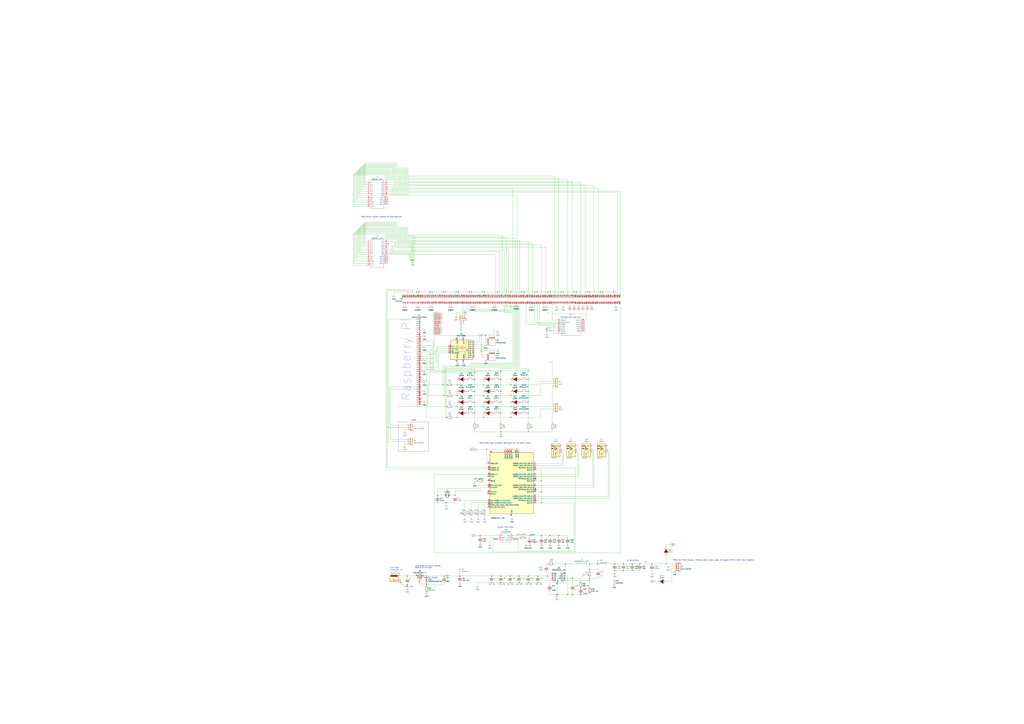
<source format=kicad_sch>
(kicad_sch (version 20230121) (generator eeschema)
  (paper "A0")
  (junction (at 551.18 467.36))
  (junction (at 561.34 459.74))
  (junction (at 450.85 496.57))
  (junction (at 684.53 671.83) (diameter 1.016))
  (junction (at 684.53 655.32) (diameter 1.016))
  (junction (at 514.35 339.09))
  (junction (at 581.533 669.29) (diameter 1.016))
  (junction (at 659.13 690.88) (diameter 1.016))
  (junction (at 551.18 454.66))
  (junction (at 734.06 655.32) (diameter 1.016))
  (junction (at 563.88 389.89))
  (junction (at 613.41 454.66))
  (junction (at 613.283 669.29) (diameter 1.016))
  (junction (at 530.86 389.89))
  (junction (at 593.09 459.74))
  (junction (at 565.15 521.97))
  (junction (at 592.455 676.91) (diameter 1.016))
  (junction (at 599.44 521.97))
  (junction (at 516.89 339.09))
  (junction (at 581.533 676.91) (diameter 1.016))
  (junction (at 684.53 661.67) (diameter 1.016))
  (junction (at 713.74 655.32) (diameter 1.016))
  (junction (at 532.13 339.09))
  (junction (at 712.47 339.09))
  (junction (at 656.59 655.32) (diameter 1.016))
  (junction (at 638.81 339.09))
  (junction (at 561.34 447.04))
  (junction (at 593.09 447.04))
  (junction (at 613.41 430.53))
  (junction (at 495.3 669.29) (diameter 1.016))
  (junction (at 757.047 655.32) (diameter 1.016))
  (junction (at 674.37 690.88) (diameter 1.016))
  (junction (at 551.18 440.69))
  (junction (at 562.61 339.09))
  (junction (at 557.53 622.3) (diameter 1.016))
  (junction (at 483.87 339.09))
  (junction (at 608.33 339.09))
  (junction (at 530.86 472.44))
  (junction (at 723.9 662.94) (diameter 1.016))
  (junction (at 669.29 339.09))
  (junction (at 501.65 339.09))
  (junction (at 544.83 339.09))
  (junction (at 624.459 676.91) (diameter 1.016))
  (junction (at 518.16 584.2) (diameter 1.016))
  (junction (at 635.635 669.29) (diameter 1.016))
  (junction (at 478.79 302.26))
  (junction (at 499.11 339.09))
  (junction (at 551.18 433.07))
  (junction (at 530.86 447.04))
  (junction (at 773.43 655.32))
  (junction (at 723.9 655.32) (diameter 1.016))
  (junction (at 654.05 339.09))
  (junction (at 624.459 669.29) (diameter 1.016))
  (junction (at 495.3 679.45) (diameter 1.016))
  (junction (at 638.81 622.3) (diameter 1.016))
  (junction (at 530.86 485.14))
  (junction (at 592.455 669.29) (diameter 1.016))
  (junction (at 538.48 389.89))
  (junction (at 684.53 339.09))
  (junction (at 530.86 459.74))
  (junction (at 647.7 690.88) (diameter 1.016))
  (junction (at 551.18 480.06))
  (junction (at 699.77 339.09))
  (junction (at 615.188 622.3) (diameter 1.016))
  (junction (at 591.82 521.97))
  (junction (at 529.59 339.09))
  (junction (at 518.16 485.14))
  (junction (at 581.66 501.65))
  (junction (at 666.75 339.09))
  (junction (at 589.28 521.97))
  (junction (at 646.43 690.88) (diameter 1.016))
  (junction (at 602.615 669.29) (diameter 1.016))
  (junction (at 742.95 655.32) (diameter 1.016))
  (junction (at 651.51 339.09))
  (junction (at 477.52 302.26))
  (junction (at 473.075 669.29) (diameter 1.016))
  (junction (at 593.09 472.44))
  (junction (at 613.41 467.36))
  (junction (at 486.41 339.09))
  (junction (at 593.09 339.09))
  (junction (at 465.455 676.91) (diameter 1.016))
  (junction (at 594.36 521.97))
  (junction (at 602.615 676.91) (diameter 1.016))
  (junction (at 613.41 440.69))
  (junction (at 508 575.31) (diameter 1.016))
  (junction (at 547.37 339.09))
  (junction (at 664.845 671.83) (diameter 1.016))
  (junction (at 480.06 302.26))
  (junction (at 581.66 467.36))
  (junction (at 623.57 339.09))
  (junction (at 628.65 571.5))
  (junction (at 681.99 339.09))
  (junction (at 581.66 454.66))
  (junction (at 593.09 485.14))
  (junction (at 577.85 339.09))
  (junction (at 516.89 472.44))
  (junction (at 586.74 521.97))
  (junction (at 581.66 440.69))
  (junction (at 570.611 669.29) (diameter 1.016))
  (junction (at 558.8 389.89))
  (junction (at 664.845 690.88) (diameter 1.016))
  (junction (at 635 384.81))
  (junction (at 581.66 480.06))
  (junction (at 534.035 669.29) (diameter 1.016))
  (junction (at 613.41 480.06))
  (junction (at 558.8 407.67))
  (junction (at 628.65 622.3) (diameter 1.016))
  (junction (at 697.23 339.09))
  (junction (at 514.35 447.04))
  (junction (at 515.62 459.74))
  (junction (at 560.07 339.09))
  (junction (at 694.055 655.32) (diameter 1.016))
  (junction (at 570.611 676.91) (diameter 1.016))
  (junction (at 613.41 501.65))
  (junction (at 713.74 662.94) (diameter 1.016))
  (junction (at 628.65 558.8))
  (junction (at 684.53 674.37) (diameter 1.016))
  (junction (at 636.27 339.09))
  (junction (at 621.03 339.09))
  (junction (at 648.97 622.3) (diameter 1.016))
  (junction (at 515.62 669.29) (diameter 1.016))
  (junction (at 561.34 472.44))
  (junction (at 561.34 485.14))
  (junction (at 528.32 575.31) (diameter 1.016))
  (junction (at 613.283 676.91) (diameter 1.016))
  (junction (at 473.075 679.45) (diameter 1.016))
  (junction (at 628.65 584.2))
  (junction (at 581.66 431.8))
  (junction (at 495.3 678.18) (diameter 1.016))
  (junction (at 605.79 339.09))
  (junction (at 734.06 662.94) (diameter 1.016))
  (no_connect (at 566.42 571.5))
  (no_connect (at 622.3 568.96))
  (no_connect (at 566.42 574.04))
  (no_connect (at 622.3 556.26))
  (no_connect (at 566.42 553.72))
  (no_connect (at 450.85 283.21))
  (no_connect (at 622.3 581.66))
  (wire (pts (xy 571.5 388.62) (xy 571.5 391.16)))
  (wire (pts (xy 452.12 494.03) (xy 472.44 494.03)))
  (wire (pts (xy 595.63 622.3) (xy 615.188 622.3)))
  (wire (pts (xy 425.45 229.87) (xy 415.29 229.87)))
  (wire (pts (xy 515.62 459.74) (xy 497.84 459.74)))
  (wire (pts (xy 518.16 459.74) (xy 515.62 459.74)))
  (wire (pts (xy 548.64 424.18) (xy 598.17 424.18)))
  (wire (pts (xy 465.455 679.45) (xy 473.075 679.45)))
  (wire (pts (xy 773.43 675.64) (xy 779.78 675.64)))
  (wire (pts (xy 515.62 669.29) (xy 534.035 669.29)))
  (wire (pts (xy 464.82 213.36) (xy 474.98 213.36)))
  (wire (pts (xy 490.22 402.59) (xy 492.76 402.59)))
  (wire (pts (xy 659.13 690.88) (xy 664.845 690.88)))
  (wire (pts (xy 488.95 421.64) (xy 506.73 421.64)))
  (wire (pts (xy 590.55 288.29) (xy 590.55 342.9)))
  (wire (pts (xy 595.63 627.38) (xy 601.98 627.38)))
  (wire (pts (xy 490.22 389.89) (xy 492.76 389.89)))
  (wire (pts (xy 757.047 662.94) (xy 757.047 665.48)))
  (wire (pts (xy 530.86 447.04) (xy 561.34 447.04)))
  (wire (pts (xy 613.283 676.91) (xy 624.459 676.91)))
  (wire (pts (xy 464.82 281.94) (xy 478.79 281.94)))
  (wire (pts (xy 554.99 567.69) (xy 508 567.69)))
  (wire (pts (xy 447.04 209.55) (xy 459.74 209.55)))
  (wire (pts (xy 599.44 521.97) (xy 601.98 521.97)))
  (wire (pts (xy 551.18 501.65) (xy 581.66 501.65)))
  (wire (pts (xy 568.96 624.84) (xy 568.96 632.46)))
  (wire (pts (xy 568.96 407.67) (xy 558.8 407.67)))
  (wire (pts (xy 462.28 207.01) (xy 462.28 215.9)))
  (wire (pts (xy 490.22 431.8) (xy 490.22 430.53)))
  (wire (pts (xy 605.79 339.09) (xy 605.79 342.9)))
  (wire (pts (xy 598.17 352.9) (xy 598.17 354.33)))
  (wire (pts (xy 556.26 388.62) (xy 556.26 397.51)))
  (wire (pts (xy 419.1 194.31) (xy 419.1 222.25)))
  (wire (pts (xy 561.34 406.4) (xy 561.34 402.59)))
  (wire (pts (xy 472.44 515.62) (xy 469.9 515.62)))
  (wire (pts (xy 469.9 208.28) (xy 659.13 208.28)))
  (wire (pts (xy 659.13 208.28) (xy 659.13 342.9)))
  (wire (pts (xy 638.81 622.3) (xy 648.97 622.3)))
  (wire (pts (xy 641.35 477.52) (xy 641.35 491.49)))
  (wire (pts (xy 509.27 410.21) (xy 520.7 410.21)))
  (wire (pts (xy 560.07 415.29) (xy 560.07 405.13)))
  (wire (pts (xy 502.92 396.24) (xy 488.95 396.24)))
  (wire (pts (xy 416.56 196.85) (xy 453.39 196.85)))
  (wire (pts (xy 647.7 690.88) (xy 659.13 690.88)))
  (wire (pts (xy 603.25 355.6) (xy 603.25 427.99)))
  (wire (pts (xy 560.07 415.29) (xy 565.15 415.29)))
  (wire (pts (xy 547.37 339.09) (xy 547.37 342.9)))
  (wire (pts (xy 558.8 389.89) (xy 558.8 407.67)))
  (wire (pts (xy 636.27 420.37) (xy 641.35 420.37)))
  (wire (pts (xy 641.35 440.69) (xy 641.35 420.37)))
  (wire (pts (xy 561.34 467.36) (xy 561.34 472.44)))
  (wire (pts (xy 452.12 273.05) (xy 464.82 273.05)))
  (wire (pts (xy 464.82 273.05) (xy 464.82 281.94)))
  (wire (pts (xy 453.39 224.79) (xy 474.98 224.79)))
  (wire (pts (xy 538.48 389.89) (xy 558.8 389.89)))
  (wire (pts (xy 712.47 339.09) (xy 712.47 342.9)))
  (wire (pts (xy 595.63 363.22) (xy 595.63 421.64)))
  (wire (pts (xy 640.08 674.37) (xy 638.175 674.37)))
  (wire (pts (xy 664.845 687.07) (xy 664.845 690.88)))
  (wire (pts (xy 425.45 283.21) (xy 422.91 283.21)))
  (wire (pts (xy 468.63 278.13) (xy 480.06 278.13)))
  (wire (pts (xy 694.69 671.83) (xy 694.69 670.56)))
  (wire (pts (xy 593.09 339.09) (xy 593.09 342.9)))
  (wire (pts (xy 688.34 523.24) (xy 689.61 523.24)))
  (wire (pts (xy 775.97 657.86) (xy 783.59 657.86)))
  (wire (pts (xy 458.47 219.71) (xy 595.63 219.71)))
  (wire (pts (xy 595.63 219.71) (xy 595.63 342.9)))
  (wire (pts (xy 458.47 266.7) (xy 471.17 266.7)))
  (wire (pts (xy 471.17 266.7) (xy 471.17 275.59)))
  (wire (pts (xy 461.01 217.17) (xy 474.98 217.17)))
  (wire (pts (xy 591.82 521.97) (xy 591.82 523.24)))
  (wire (pts (xy 601.98 627.38) (xy 601.98 640.08)))
  (wire (pts (xy 553.72 558.8) (xy 551.18 558.8)))
  (wire (pts (xy 560.07 405.13) (xy 551.18 405.13)))
  (wire (pts (xy 627.38 474.98) (xy 627.38 485.14)))
  (wire (pts (xy 641.35 474.98) (xy 627.38 474.98)))
  (wire (pts (xy 697.23 339.09) (xy 697.23 342.9)))
  (wire (pts (xy 453.39 222.25) (xy 453.39 224.79)))
  (wire (pts (xy 424.18 257.81) (xy 461.01 257.81)))
  (wire (pts (xy 461.01 257.81) (xy 461.01 264.16)))
  (wire (pts (xy 508 584.2) (xy 518.16 584.2)))
  (wire (pts (xy 628.65 558.8) (xy 622.3 558.8)))
  (wire (pts (xy 488.95 383.54) (xy 490.22 383.54)))
  (wire (pts (xy 461.01 195.58) (xy 473.71 195.58)))
  (wire (pts (xy 464.82 204.47) (xy 464.82 213.36)))
  (wire (pts (xy 623.57 375.92) (xy 645.16 375.92)))
  (wire (pts (xy 628.65 284.48) (xy 628.65 342.9)))
  (wire (pts (xy 461.01 264.16) (xy 473.71 264.16)))
  (wire (pts (xy 473.71 264.16) (xy 473.71 273.05)))
  (wire (pts (xy 635 384.81) (xy 635 387.35)))
  (wire (pts (xy 466.09 212.09) (xy 674.37 212.09)))
  (wire (pts (xy 674.37 212.09) (xy 674.37 342.9)))
  (wire (pts (xy 530.86 480.06) (xy 530.86 485.14)))
  (wire (pts (xy 593.09 467.36) (xy 593.09 472.44)))
  (wire (pts (xy 532.13 339.09) (xy 532.13 342.9)))
  (wire (pts (xy 720.09 352.9) (xy 720.09 642.62)))
  (wire (pts (xy 628.65 624.84) (xy 628.65 622.3)))
  (wire (pts (xy 707.39 579.12) (xy 622.3 579.12)))
  (wire (pts (xy 419.1 262.89) (xy 419.1 290.83)))
  (wire (pts (xy 425.45 290.83) (xy 419.1 290.83)))
  (wire (pts (xy 556.26 397.51) (xy 551.18 397.51)))
  (wire (pts (xy 534.035 664.718) (xy 534.035 669.29)))
  (wire (pts (xy 572.77 627.38) (xy 579.12 627.38)))
  (wire (pts (xy 582.93 273.05) (xy 582.93 342.9)))
  (wire (pts (xy 483.87 339.09) (xy 486.41 339.09)))
  (wire (pts (xy 486.41 339.09) (xy 499.11 339.09)))
  (wire (pts (xy 499.11 339.09) (xy 501.65 339.09)))
  (wire (pts (xy 501.65 339.09) (xy 514.35 339.09)))
  (wire (pts (xy 514.35 339.09) (xy 516.89 339.09)))
  (wire (pts (xy 516.89 339.09) (xy 529.59 339.09)))
  (wire (pts (xy 529.59 339.09) (xy 532.13 339.09)))
  (wire (pts (xy 532.13 339.09) (xy 544.83 339.09)))
  (wire (pts (xy 544.83 339.09) (xy 547.37 339.09)))
  (wire (pts (xy 547.37 339.09) (xy 560.07 339.09)))
  (wire (pts (xy 560.07 339.09) (xy 562.61 339.09)))
  (wire (pts (xy 562.61 339.09) (xy 577.85 339.09)))
  (wire (pts (xy 577.85 339.09) (xy 593.09 339.09)))
  (wire (pts (xy 593.09 339.09) (xy 605.79 339.09)))
  (wire (pts (xy 605.79 339.09) (xy 608.33 339.09)))
  (wire (pts (xy 608.33 339.09) (xy 621.03 339.09)))
  (wire (pts (xy 621.03 339.09) (xy 623.57 339.09)))
  (wire (pts (xy 623.57 339.09) (xy 636.27 339.09)))
  (wire (pts (xy 636.27 339.09) (xy 638.81 339.09)))
  (wire (pts (xy 638.81 339.09) (xy 651.51 339.09)))
  (wire (pts (xy 651.51 339.09) (xy 654.05 339.09)))
  (wire (pts (xy 654.05 339.09) (xy 666.75 339.09)))
  (wire (pts (xy 666.75 339.09) (xy 669.29 339.09)))
  (wire (pts (xy 669.29 339.09) (xy 681.99 339.09)))
  (wire (pts (xy 681.99 339.09) (xy 684.53 339.09)))
  (wire (pts (xy 684.53 339.09) (xy 697.23 339.09)))
  (wire (pts (xy 697.23 339.09) (xy 699.77 339.09)))
  (wire (pts (xy 699.77 339.09) (xy 712.47 339.09)))
  (wire (pts (xy 712.47 339.09) (xy 715.01 339.09)))
  (wire (pts (xy 599.44 521.97) (xy 599.44 523.24)))
  (wire (pts (xy 638.175 690.88) (xy 646.43 690.88)))
  (wire (pts (xy 613.41 430.53) (xy 502.92 430.53)))
  (wire (pts (xy 455.93 269.24) (xy 468.63 269.24)))
  (wire (pts (xy 468.63 269.24) (xy 468.63 278.13)))
  (wire (pts (xy 707.39 523.24) (xy 707.39 579.12)))
  (wire (pts (xy 773.43 632.46) (xy 779.78 632.46)))
  (wire (pts (xy 574.04 383.54) (xy 577.85 383.54)))
  (wire (pts (xy 581.66 499.11) (xy 581.66 501.65)))
  (wire (pts (xy 417.83 264.16) (xy 417.83 293.37)))
  (wire (pts (xy 425.45 293.37) (xy 417.83 293.37)))
  (wire (pts (xy 684.53 661.67) (xy 684.53 662.94)))
  (wire (pts (xy 420.37 261.62) (xy 457.2 261.62)))
  (wire (pts (xy 457.2 261.62) (xy 457.2 267.97)))
  (wire (pts (xy 759.46 675.64) (xy 763.27 675.64)))
  (wire (pts (xy 547.37 591.82) (xy 547.37 584.2)))
  (wire (pts (xy 469.9 276.86) (xy 598.17 276.86)))
  (wire (pts (xy 598.17 276.86) (xy 598.17 342.9)))
  (wire (pts (xy 577.85 339.09) (xy 577.85 342.9)))
  (wire (pts (xy 773.43 635) (xy 773.43 632.46)))
  (wire (pts (xy 713.74 662.94) (xy 713.74 665.48)))
  (wire (pts (xy 452.12 224.79) (xy 452.12 226.06)))
  (wire (pts (xy 628.65 571.5) (xy 628.65 584.2)))
  (wire (pts (xy 478.79 342.9) (xy 478.79 336.55)))
  (wire (pts (xy 638.81 622.3) (xy 638.81 624.84)))
  (wire (pts (xy 476.25 302.26) (xy 477.52 302.26)))
  (wire (pts (xy 469.9 199.39) (xy 469.9 208.28)))
  (wire (pts (xy 459.74 265.43) (xy 472.44 265.43)))
  (wire (pts (xy 472.44 265.43) (xy 472.44 274.32)))
  (wire (pts (xy 641.35 499.11) (xy 641.35 501.65)))
  (wire (pts (xy 641.35 501.65) (xy 613.41 501.65)))
  (wire (pts (xy 469.9 515.62) (xy 469.9 518.16)))
  (wire (pts (xy 488.95 444.5) (xy 490.22 444.5)))
  (wire (pts (xy 571.5 406.4) (xy 561.34 406.4)))
  (wire (pts (xy 495.3 678.18) (xy 495.3 679.45)))
  (wire (pts (xy 670.56 551.18) (xy 622.3 551.18)))
  (wire (pts (xy 490.22 467.36) (xy 490.22 466.09)))
  (wire (pts (xy 628.65 546.1) (xy 628.65 558.8)))
  (wire (pts (xy 450.85 288.29) (xy 454.66 288.29)))
  (wire (pts (xy 454.66 288.29) (xy 454.66 292.1)))
  (wire (pts (xy 551.18 467.36) (xy 551.18 480.06)))
  (wire (pts (xy 773.43 645.16) (xy 773.43 655.32)))
  (wire (pts (xy 642.62 378.46) (xy 642.62 387.35)))
  (wire (pts (xy 646.43 387.35) (xy 642.62 387.35)))
  (wire (pts (xy 631.19 352.9) (xy 631.19 355.6)))
  (wire (pts (xy 734.06 662.94) (xy 723.9 662.94)))
  (wire (pts (xy 651.51 339.09) (xy 651.51 342.9)))
  (wire (pts (xy 623.57 339.09) (xy 623.57 342.9)))
  (wire (pts (xy 554.355 676.91) (xy 570.611 676.91)))
  (wire (pts (xy 497.84 441.96) (xy 497.84 459.74)))
  (wire (pts (xy 563.88 394.97) (xy 565.15 394.97)))
  (wire (pts (xy 415.29 266.7) (xy 415.29 298.45)))
  (wire (pts (xy 425.45 298.45) (xy 415.29 298.45)))
  (wire (pts (xy 450.85 280.67) (xy 458.47 280.67)))
  (wire (pts (xy 458.47 280.67) (xy 458.47 288.29)))
  (wire (pts (xy 458.47 288.29) (xy 590.55 288.29)))
  (wire (pts (xy 723.9 655.32) (xy 734.06 655.32)))
  (wire (pts (xy 449.58 200.66) (xy 449.58 207.01)))
  (wire (pts (xy 635.635 669.29) (xy 635.635 671.83)))
  (wire (pts (xy 514.35 447.04) (xy 499.11 447.04)))
  (wire (pts (xy 514.35 447.04) (xy 518.16 447.04)))
  (wire (pts (xy 500.38 433.07) (xy 551.18 433.07)))
  (wire (pts (xy 558.8 389.89) (xy 563.88 389.89)))
  (wire (pts (xy 626.11 352.9) (xy 626.11 378.46)))
  (wire (pts (xy 626.11 378.46) (xy 642.62 378.46)))
  (wire (pts (xy 589.28 521.97) (xy 589.28 523.24)))
  (wire (pts (xy 473.71 195.58) (xy 473.71 204.47)))
  (wire (pts (xy 425.45 219.71) (xy 420.37 219.71)))
  (wire (pts (xy 635.635 671.83) (xy 640.08 671.83)))
  (wire (pts (xy 601.98 640.08) (xy 666.75 640.08)))
  (wire (pts (xy 490.22 403.86) (xy 490.22 402.59)))
  (wire (pts (xy 420.37 193.04) (xy 457.2 193.04)))
  (wire (pts (xy 488.95 467.36) (xy 490.22 467.36)))
  (wire (pts (xy 530.86 440.69) (xy 530.86 447.04)))
  (wire (pts (xy 547.37 599.44) (xy 547.37 601.98)))
  (wire (pts (xy 566.42 566.42) (xy 557.53 566.42)))
  (wire (pts (xy 530.86 454.66) (xy 530.86 459.74)))
  (wire (pts (xy 610.87 352.9) (xy 610.87 377.19)))
  (wire (pts (xy 525.78 447.04) (xy 530.86 447.04)))
  (wire (pts (xy 449.58 337.82) (xy 449.58 543.56)))
  (wire (pts (xy 628.65 546.1) (xy 622.3 546.1)))
  (wire (pts (xy 581.533 676.91) (xy 592.455 676.91)))
  (wire (pts (xy 561.34 454.66) (xy 561.34 459.74)))
  (wire (pts (xy 472.44 205.74) (xy 474.98 205.74)))
  (wire (pts (xy 454.66 270.51) (xy 467.36 270.51)))
  (wire (pts (xy 467.36 270.51) (xy 467.36 279.4)))
  (wire (pts (xy 424.18 257.81) (xy 424.18 280.67)))
  (wire (pts (xy 412.75 200.66) (xy 412.75 234.95)))
  (wire (pts (xy 425.45 234.95) (xy 412.75 234.95)))
  (wire (pts (xy 598.17 360.68) (xy 598.17 424.18)))
  (wire (pts (xy 501.65 431.8) (xy 501.65 401.32)))
  (wire (pts (xy 562.61 397.51) (xy 565.15 397.51)))
  (wire (pts (xy 669.29 339.09) (xy 669.29 342.9)))
  (wire (pts (xy 425.45 227.33) (xy 416.56 227.33)))
  (wire (pts (xy 476.25 293.37) (xy 476.25 302.26)))
  (wire (pts (xy 561.34 447.04) (xy 593.09 447.04)))
  (wire (pts (xy 547.37 352.9) (xy 547.37 355.6)))
  (wire (pts (xy 454.66 292.1) (xy 580.39 292.1)))
  (wire (pts (xy 580.39 292.1) (xy 580.39 342.9)))
  (wire (pts (xy 471.17 198.12) (xy 471.17 207.01)))
  (wire (pts (xy 577.85 383.54) (xy 577.85 384.81)))
  (wire (pts (xy 593.09 485.14) (xy 627.38 485.14)))
  (wire (pts (xy 581.66 480.06) (xy 581.66 491.49)))
  (wire (pts (xy 449.58 275.59) (xy 462.28 275.59)))
  (wire (pts (xy 462.28 275.59) (xy 462.28 284.48)))
  (wire (pts (xy 458.47 191.77) (xy 458.47 198.12)))
  (wire (pts (xy 450.85 227.33) (xy 600.71 227.33)))
  (wire (pts (xy 600.71 227.33) (xy 600.71 342.9)))
  (wire (pts (xy 694.69 661.67) (xy 694.69 662.94)))
  (wire (pts (xy 551.18 440.69) (xy 551.18 454.66)))
  (wire (pts (xy 715.01 352.9) (xy 715.01 355.6)))
  (wire (pts (xy 547.37 422.91) (xy 596.9 422.91)))
  (wire (pts (xy 504.19 389.89) (xy 530.86 389.89)))
  (wire (pts (xy 628.65 622.3) (xy 638.81 622.3)))
  (wire (pts (xy 613.41 467.36) (xy 613.41 480.06)))
  (wire (pts (xy 568.96 407.67) (xy 568.96 408.94)))
  (wire (pts (xy 414.02 199.39) (xy 450.85 199.39)))
  (wire (pts (xy 521.97 352.9) (xy 521.97 355.6)))
  (wire (pts (xy 554.99 563.88) (xy 554.99 567.69)))
  (wire (pts (xy 566.42 538.48) (xy 565.15 538.48)))
  (wire (pts (xy 659.13 669.29) (xy 659.13 690.88)))
  (wire (pts (xy 425.45 222.25) (xy 419.1 222.25)))
  (wire (pts (xy 505.46 407.67) (xy 520.7 407.67)))
  (wire (pts (xy 411.48 270.51) (xy 448.31 270.51)))
  (wire (pts (xy 448.31 270.51) (xy 448.31 276.86)))
  (wire (pts (xy 551.18 480.06) (xy 551.18 491.49)))
  (wire (pts (xy 448.31 208.28) (xy 461.01 208.28)))
  (wire (pts (xy 457.2 214.63) (xy 457.2 220.98)))
  (wire (pts (xy 608.33 339.09) (xy 608.33 342.9)))
  (wire (pts (xy 499.11 408.94) (xy 499.11 447.04)))
  (wire (pts (xy 554.99 563.88) (xy 566.42 563.88)))
  (wire (pts (xy 592.455 676.91) (xy 602.615 676.91)))
  (wire (pts (xy 636.27 339.09) (xy 636.27 342.9)))
  (wire (pts (xy 542.29 352.9) (xy 542.29 360.68)))
  (wire (pts (xy 598.17 360.68) (xy 542.29 360.68)))
  (wire (pts (xy 455.93 200.66) (xy 468.63 200.66)))
  (wire (pts (xy 552.45 622.3) (xy 557.53 622.3)))
  (wire (pts (xy 684.53 661.67) (xy 694.69 661.67)))
  (wire (pts (xy 548.64 424.18) (xy 548.64 427.99)))
  (wire (pts (xy 613.41 499.11) (xy 613.41 501.65)))
  (wire (pts (xy 422.91 190.5) (xy 459.74 190.5)))
  (wire (pts (xy 664.845 671.83) (xy 674.37 671.83)))
  (wire (pts (xy 452.12 198.12) (xy 452.12 204.47)))
  (wire (pts (xy 638.81 339.09) (xy 638.81 342.9)))
  (wire (pts (xy 622.3 541.02) (xy 654.05 541.02)))
  (wire (pts (xy 504.19 411.48) (xy 504.19 389.89)))
  (wire (pts (xy 684.53 655.32) (xy 684.53 661.67)))
  (wire (pts (xy 670.56 523.24) (xy 671.83 523.24)))
  (wire (pts (xy 574.04 383.54) (xy 574.04 391.16)))
  (wire (pts (xy 449.58 207.01) (xy 462.28 207.01)))
  (wire (pts (xy 571.5 406.4) (xy 571.5 408.94)))
  (wire (pts (xy 530.86 389.89) (xy 538.48 389.89)))
  (wire (pts (xy 415.29 266.7) (xy 452.12 266.7)))
  (wire (pts (xy 452.12 266.7) (xy 452.12 273.05)))
  (wire (pts (xy 595.63 624.84) (xy 603.25 624.84)))
  (wire (pts (xy 410.21 203.2) (xy 447.04 203.2)))
  (wire (pts (xy 671.83 352.9) (xy 671.83 355.6)))
  (wire (pts (xy 648.97 622.3) (xy 648.97 624.84)))
  (wire (pts (xy 563.88 389.89) (xy 563.88 394.97)))
  (wire (pts (xy 656.59 655.32) (xy 669.29 655.32)))
  (wire (pts (xy 561.34 485.14) (xy 593.09 485.14)))
  (wire (pts (xy 525.78 472.44) (xy 530.86 472.44)))
  (wire (pts (xy 515.62 679.45) (xy 515.62 677.545)))
  (wire (pts (xy 488.95 447.04) (xy 496.57 447.04)))
  (wire (pts (xy 469.9 499.11) (xy 469.9 501.65)))
  (wire (pts (xy 467.36 279.4) (xy 603.25 279.4)))
  (wire (pts (xy 603.25 279.4) (xy 603.25 342.9)))
  (wire (pts (xy 581.66 431.8) (xy 501.65 431.8)))
  (wire (pts (xy 689.61 566.42) (xy 622.3 566.42)))
  (wire (pts (xy 468.63 200.66) (xy 468.63 209.55)))
  (wire (pts (xy 419.1 194.31) (xy 455.93 194.31)))
  (wire (pts (xy 561.34 558.8) (xy 566.42 558.8)))
  (wire (pts (xy 654.05 339.09) (xy 654.05 342.9)))
  (wire (pts (xy 621.03 352.9) (xy 621.03 374.65)))
  (wire (pts (xy 646.43 690.88) (xy 647.7 690.88)))
  (wire (pts (xy 454.66 195.58) (xy 454.66 201.93)))
  (wire (pts (xy 546.1 421.64) (xy 595.63 421.64)))
  (wire (pts (xy 488.95 403.86) (xy 490.22 403.86)))
  (wire (pts (xy 591.82 521.97) (xy 594.36 521.97)))
  (wire (pts (xy 627.38 445.77) (xy 627.38 459.74)))
  (wire (pts (xy 641.35 445.77) (xy 627.38 445.77)))
  (wire (pts (xy 713.74 655.32) (xy 723.9 655.32)))
  (wire (pts (xy 574.04 406.4) (xy 574.04 408.94)))
  (wire (pts (xy 502.92 430.53) (xy 502.92 396.24)))
  (wire (pts (xy 593.09 440.69) (xy 593.09 447.04)))
  (wire (pts (xy 656.59 655.32) (xy 656.59 666.75)))
  (wire (pts (xy 589.28 521.97) (xy 591.82 521.97)))
  (wire (pts (xy 458.47 198.12) (xy 471.17 198.12)))
  (wire (pts (xy 624.459 669.29) (xy 635.635 669.29)))
  (wire (pts (xy 633.73 352.9) (xy 633.73 355.6)))
  (wire (pts (xy 490.22 391.16) (xy 490.22 389.89)))
  (wire (pts (xy 552.45 352.9) (xy 552.45 361.95)))
  (wire (pts (xy 596.9 361.95) (xy 552.45 361.95)))
  (wire (pts (xy 588.01 352.9) (xy 588.01 356.87)))
  (wire (pts (xy 601.98 356.87) (xy 588.01 356.87)))
  (wire (pts (xy 715.01 339.09) (xy 715.01 342.9)))
  (wire (pts (xy 457.2 220.98) (xy 474.98 220.98)))
  (wire (pts (xy 508 567.69) (xy 508 575.31)))
  (wire (pts (xy 534.035 669.29) (xy 570.611 669.29)))
  (wire (pts (xy 457.2 199.39) (xy 469.9 199.39)))
  (wire (pts (xy 457.2 193.04) (xy 457.2 199.39)))
  (wire (pts (xy 687.07 352.9) (xy 687.07 355.6)))
  (wire (pts (xy 477.52 302.26) (xy 478.79 302.26)))
  (wire (pts (xy 488.95 449.58) (xy 452.12 449.58)))
  (wire (pts (xy 647.7 679.45) (xy 647.7 690.88)))
  (wire (pts (xy 523.24 575.31) (xy 528.32 575.31)))
  (wire (pts (xy 474.98 294.64) (xy 474.98 299.72)))
  (wire (pts (xy 411.48 201.93) (xy 411.48 237.49)))
  (wire (pts (xy 414.02 267.97) (xy 450.85 267.97)))
  (wire (pts (xy 450.85 267.97) (xy 450.85 274.32)))
  (wire (pts (xy 600.71 352.9) (xy 600.71 354.33)))
  (wire (pts (xy 539.75 591.82) (xy 539.75 581.66)))
  (wire (pts (xy 562.61 591.82) (xy 562.61 589.28)))
  (wire (pts (xy 593.09 447.04) (xy 623.57 447.04)))
  (wire (pts (xy 422.91 259.08) (xy 422.91 283.21)))
  (wire (pts (xy 654.05 352.9) (xy 654.05 355.6)))
  (wire (pts (xy 684.53 670.56) (xy 684.53 671.83)))
  (wire (pts (xy 425.45 232.41) (xy 414.02 232.41)))
  (wire (pts (xy 557.53 570.23) (xy 528.32 570.23)))
  (wire (pts (xy 554.99 599.44) (xy 554.99 601.98)))
  (wire (pts (xy 490.22 453.39) (xy 492.76 453.39)))
  (wire (pts (xy 615.95 352.9) (xy 615.95 355.6)))
  (wire (pts (xy 447.04 278.13) (xy 459.74 278.13)))
  (wire (pts (xy 459.74 278.13) (xy 459.74 287.02)))
  (wire (pts (xy 459.74 287.02) (xy 633.73 287.02)))
  (wire (pts (xy 453.39 510.54) (xy 472.44 510.54)))
  (wire (pts (xy 563.88 417.83) (xy 565.15 417.83)))
  (wire (pts (xy 634.365 666.75) (xy 640.08 666.75)))
  (wire (pts (xy 499.11 352.9) (xy 499.11 355.6)))
  (wire (pts (xy 473.075 669.29) (xy 482.473 669.29)))
  (wire (pts (xy 581.66 427.99) (xy 601.98 427.99)))
  (wire (pts (xy 581.66 431.8) (xy 581.66 427.99)))
  (wire (pts (xy 490.22 454.66) (xy 490.22 453.39)))
  (wire (pts (xy 537.21 352.9) (xy 537.21 365.76)))
  (wire (pts (xy 468.63 209.55) (xy 474.98 209.55)))
  (wire (pts (xy 453.39 203.2) (xy 466.09 203.2)))
  (wire (pts (xy 593.09 459.74) (xy 627.38 459.74)))
  (wire (pts (xy 419.1 262.89) (xy 455.93 262.89)))
  (wire (pts (xy 455.93 262.89) (xy 455.93 269.24)))
  (wire (pts (xy 492.633 669.29) (xy 495.3 669.29)))
  (wire (pts (xy 652.78 523.24) (xy 654.05 523.24)))
  (wire (pts (xy 450.85 205.74) (xy 463.55 205.74)))
  (wire (pts (xy 538.48 389.89) (xy 538.48 392.43)))
  (wire (pts (xy 454.66 219.71) (xy 454.66 223.52)))
  (wire (pts (xy 684.53 674.37) (xy 684.53 681.99)))
  (wire (pts (xy 529.59 363.22) (xy 529.59 367.03)))
  (wire (pts (xy 534.67 363.22) (xy 529.59 363.22)))
  (wire (pts (xy 534.67 365.76) (xy 534.67 363.22)))
  (wire (pts (xy 581.533 669.29) (xy 592.455 669.29)))
  (wire (pts (xy 447.04 203.2) (xy 447.04 209.55)))
  (wire (pts (xy 416.56 265.43) (xy 453.39 265.43)))
  (wire (pts (xy 453.39 265.43) (xy 453.39 271.78)))
  (wire (pts (xy 422.91 259.08) (xy 459.74 259.08)))
  (wire (pts (xy 459.74 259.08) (xy 459.74 265.43)))
  (wire (pts (xy 416.56 265.43) (xy 416.56 295.91)))
  (wire (pts (xy 425.45 295.91) (xy 416.56 295.91)))
  (wire (pts (xy 425.45 212.09) (xy 424.18 212.09)))
  (wire (pts (xy 581.66 431.8) (xy 581.66 440.69)))
  (wire (pts (xy 425.45 214.63) (xy 422.91 214.63)))
  (wire (pts (xy 478.79 302.26) (xy 478.79 303.53)))
  (wire (pts (xy 488.95 454.66) (xy 490.22 454.66)))
  (wire (pts (xy 566.42 546.1) (xy 448.31 546.1)))
  (wire (pts (xy 471.17 275.59) (xy 588.01 275.59)))
  (wire (pts (xy 588.01 275.59) (xy 588.01 342.9)))
  (wire (pts (xy 506.73 421.64) (xy 506.73 405.13)))
  (wire (pts (xy 421.64 260.35) (xy 458.47 260.35)))
  (wire (pts (xy 458.47 260.35) (xy 458.47 266.7)))
  (wire (pts (xy 417.83 195.58) (xy 454.66 195.58)))
  (wire (pts (xy 593.09 480.06) (xy 593.09 485.14)))
  (wire (pts (xy 472.44 274.32) (xy 481.33 274.32)))
  (wire (pts (xy 551.18 433.07) (xy 551.18 440.69)))
  (wire (pts (xy 516.89 339.09) (xy 516.89 342.9)))
  (wire (pts (xy 518.16 584.2) (xy 518.16 586.74)))
  (wire (pts (xy 586.74 521.97) (xy 589.28 521.97)))
  (wire (pts (xy 421.64 260.35) (xy 421.64 285.75)))
  (wire (pts (xy 425.45 237.49) (xy 411.48 237.49)))
  (wire (pts (xy 466.09 280.67) (xy 613.41 280.67)))
  (wire (pts (xy 613.41 280.67) (xy 613.41 342.9)))
  (wire (pts (xy 488.95 419.1) (xy 490.22 419.1)))
  (wire (pts (xy 723.9 662.94) (xy 713.74 662.94)))
  (wire (pts (xy 648.97 622.3) (xy 659.13 622.3)))
  (wire (pts (xy 473.075 679.45) (xy 473.075 683.26)))
  (wire (pts (xy 615.188 622.3) (xy 615.188 624.84)))
  (wire (pts (xy 425.45 240.03) (xy 410.21 240.03)))
  (wire (pts (xy 525.78 459.74) (xy 530.86 459.74)))
  (wire (pts (xy 544.83 339.09) (xy 544.83 342.9)))
  (wire (pts (xy 628.65 558.8) (xy 628.65 571.5)))
  (wire (pts (xy 516.89 427.99) (xy 548.64 427.99)))
  (wire (pts (xy 516.89 472.44) (xy 516.89 427.99)))
  (wire (pts (xy 562.61 599.44) (xy 562.61 601.98)))
  (wire (pts (xy 410.21 271.78) (xy 410.21 308.61)))
  (wire (pts (xy 425.45 308.61) (xy 410.21 308.61)))
  (wire (pts (xy 488.95 431.8) (xy 490.22 431.8)))
  (wire (pts (xy 656.59 671.83) (xy 664.845 671.83)))
  (wire (pts (xy 602.615 669.29) (xy 613.283 669.29)))
  (wire (pts (xy 779.78 660.4) (xy 783.59 660.4)))
  (wire (pts (xy 499.11 339.09) (xy 499.11 342.9)))
  (wire (pts (xy 496.57 472.44) (xy 516.89 472.44)))
  (wire (pts (xy 516.89 472.44) (xy 518.16 472.44)))
  (wire (pts (xy 656.59 674.37) (xy 684.53 674.37)))
  (wire (pts (xy 668.02 641.35) (xy 668.02 543.56)))
  (wire (pts (xy 566.42 551.18) (xy 504.19 551.18)))
  (wire (pts (xy 622.3 543.56) (xy 668.02 543.56)))
  (wire (pts (xy 634.365 657.225) (xy 634.365 655.32)))
  (wire (pts (xy 450.85 496.57) (xy 472.44 496.57)))
  (wire (pts (xy 518.16 485.14) (xy 495.3 485.14)))
  (wire (pts (xy 467.36 201.93) (xy 467.36 210.82)))
  (wire (pts (xy 477.52 285.75) (xy 477.52 302.26)))
  (wire (pts (xy 610.87 624.84) (xy 610.87 632.46)))
  (wire (pts (xy 450.85 219.71) (xy 454.66 219.71)))
  (wire (pts (xy 539.75 599.44) (xy 539.75 601.98)))
  (wire (pts (xy 424.18 189.23) (xy 461.01 189.23)))
  (wire (pts (xy 462.28 284.48) (xy 628.65 284.48)))
  (wire (pts (xy 448.31 336.55) (xy 478.79 336.55)))
  (wire (pts (xy 453.39 452.12) (xy 453.39 510.54)))
  (wire (pts (xy 450.85 295.91) (xy 575.31 295.91)))
  (wire (pts (xy 575.31 295.91) (xy 575.31 342.9)))
  (wire (pts (xy 628.65 584.2) (xy 622.3 584.2)))
  (wire (pts (xy 688.34 563.88) (xy 622.3 563.88)))
  (wire (pts (xy 581.66 454.66) (xy 581.66 467.36)))
  (wire (pts (xy 457.2 267.97) (xy 469.9 267.97)))
  (wire (pts (xy 469.9 267.97) (xy 469.9 276.86)))
  (wire (pts (xy 410.21 271.78) (xy 447.04 271.78)))
  (wire (pts (xy 447.04 271.78) (xy 447.04 278.13)))
  (wire (pts (xy 518.16 429.26) (xy 518.16 485.14)))
  (wire (pts (xy 450.85 212.09) (xy 458.47 212.09)))
  (wire (pts (xy 450.85 217.17) (xy 455.93 217.17)))
  (wire (pts (xy 514.35 425.45) (xy 546.1 425.45)))
  (wire (pts (xy 514.35 447.04) (xy 514.35 425.45)))
  (wire (pts (xy 546.1 421.64) (xy 546.1 425.45)))
  (wire (pts (xy 501.65 339.09) (xy 501.65 342.9)))
  (wire (pts (xy 487.553 676.91) (xy 487.553 678.18)))
  (wire (pts (xy 641.35 448.31) (xy 641.35 469.9)))
  (wire (pts (xy 473.71 337.82) (xy 473.71 342.9)))
  (wire (pts (xy 613.41 440.69) (xy 613.41 454.66)))
  (wire (pts (xy 415.29 198.12) (xy 452.12 198.12)))
  (wire (pts (xy 635 384.81) (xy 646.43 384.81)))
  (wire (pts (xy 621.03 339.09) (xy 621.03 342.9)))
  (wire (pts (xy 478.79 302.26) (xy 480.06 302.26)))
  (wire (pts (xy 684.53 690.88) (xy 684.53 689.61)))
  (wire (pts (xy 547.37 584.2) (xy 566.42 584.2)))
  (wire (pts (xy 664.845 690.88) (xy 674.37 690.88)))
  (wire (pts (xy 417.83 264.16) (xy 454.66 264.16)))
  (wire (pts (xy 454.66 264.16) (xy 454.66 270.51)))
  (wire (pts (xy 483.87 352.9) (xy 483.87 355.6)))
  (wire (pts (xy 453.39 452.12) (xy 488.95 452.12)))
  (wire (pts (xy 486.41 339.09) (xy 486.41 342.9)))
  (wire (pts (xy 472.44 499.11) (xy 469.9 499.11)))
  (wire (pts (xy 553.72 521.97) (xy 565.15 521.97)))
  (wire (pts (xy 562.61 400.05) (xy 551.18 400.05)))
  (wire (pts (xy 462.28 215.9) (xy 689.61 215.9)))
  (wire (pts (xy 689.61 215.9) (xy 689.61 342.9)))
  (wire (pts (xy 450.85 214.63) (xy 457.2 214.63)))
  (wire (pts (xy 635.635 669.29) (xy 640.08 669.29)))
  (wire (pts (xy 633.73 287.02) (xy 633.73 342.9)))
  (wire (pts (xy 684.53 655.32) (xy 694.055 655.32)))
  (wire (pts (xy 461.01 189.23) (xy 461.01 195.58)))
  (wire (pts (xy 495.3 414.02) (xy 495.3 485.14)))
  (wire (pts (xy 471.17 352.9) (xy 471.17 355.6)))
  (wire (pts (xy 412.75 200.66) (xy 449.58 200.66)))
  (wire (pts (xy 621.03 374.65) (xy 646.43 374.65)))
  (wire (pts (xy 467.36 210.82) (xy 664.21 210.82)))
  (wire (pts (xy 664.21 210.82) (xy 664.21 342.9)))
  (wire (pts (xy 424.18 189.23) (xy 424.18 212.09)))
  (wire (pts (xy 638.175 674.37) (xy 638.175 679.45)))
  (wire (pts (xy 706.12 523.24) (xy 707.39 523.24)))
  (wire (pts (xy 449.58 337.82) (xy 473.71 337.82)))
  (wire (pts (xy 410.21 203.2) (xy 410.21 240.03)))
  (wire (pts (xy 694.055 655.32) (xy 713.74 655.32)))
  (wire (pts (xy 566.42 543.56) (xy 449.58 543.56)))
  (wire (pts (xy 618.49 352.9) (xy 618.49 355.6)))
  (wire (pts (xy 501.65 401.32) (xy 488.95 401.32)))
  (wire (pts (xy 636.27 352.9) (xy 636.27 364.49)))
  (wire (pts (xy 561.34 459.74) (xy 593.09 459.74)))
  (wire (pts (xy 481.33 274.32) (xy 481.33 302.26)))
  (wire (pts (xy 504.19 642.62) (xy 720.09 642.62)))
  (wire (pts (xy 448.31 336.55) (xy 448.31 546.1)))
  (wire (pts (xy 659.13 624.84) (xy 659.13 622.3)))
  (wire (pts (xy 455.93 217.17) (xy 455.93 222.25)))
  (wire (pts (xy 450.85 290.83) (xy 453.39 290.83)))
  (wire (pts (xy 453.39 290.83) (xy 453.39 293.37)))
  (wire (pts (xy 453.39 293.37) (xy 476.25 293.37)))
  (wire (pts (xy 671.83 523.24) (xy 671.83 553.72)))
  (wire (pts (xy 581.66 501.65) (xy 581.66 502.92)))
  (wire (pts (xy 458.47 212.09) (xy 458.47 219.71)))
  (wire (pts (xy 601.98 356.87) (xy 601.98 427.99)))
  (wire (pts (xy 490.22 466.09) (xy 492.76 466.09)))
  (wire (pts (xy 471.17 207.01) (xy 648.97 207.01)))
  (wire (pts (xy 648.97 207.01) (xy 648.97 342.9)))
  (wire (pts (xy 488.95 391.16) (xy 490.22 391.16)))
  (wire (pts (xy 488.95 441.96) (xy 497.84 441.96)))
  (wire (pts (xy 425.45 224.79) (xy 417.83 224.79)))
  (wire (pts (xy 530.86 459.74) (xy 561.34 459.74)))
  (wire (pts (xy 638.175 687.07) (xy 638.175 690.88)))
  (wire (pts (xy 415.29 198.12) (xy 415.29 229.87)))
  (wire (pts (xy 570.611 669.29) (xy 581.533 669.29)))
  (wire (pts (xy 450.85 224.79) (xy 452.12 224.79)))
  (wire (pts (xy 645.16 375.92) (xy 645.16 377.19)))
  (wire (pts (xy 646.43 377.19) (xy 645.16 377.19)))
  (wire (pts (xy 613.41 430.53) (xy 613.41 440.69)))
  (wire (pts (xy 563.88 400.05) (xy 565.15 400.05)))
  (wire (pts (xy 509.27 429.26) (xy 509.27 410.21)))
  (wire (pts (xy 676.91 352.9) (xy 676.91 355.6)))
  (wire (pts (xy 459.74 196.85) (xy 472.44 196.85)))
  (wire (pts (xy 461.01 208.28) (xy 461.01 217.17)))
  (wire (pts (xy 610.87 377.19) (xy 643.89 377.19)))
  (wire (pts (xy 528.32 570.23) (xy 528.32 575.31)))
  (wire (pts (xy 557.53 623.57) (xy 557.53 622.3)))
  (wire (pts (xy 742.95 662.94) (xy 734.06 662.94)))
  (wire (pts (xy 455.93 194.31) (xy 455.93 200.66)))
  (wire (pts (xy 599.44 359.41) (xy 599.44 425.45)))
  (wire (pts (xy 565.15 538.48) (xy 565.15 521.97)))
  (wire (pts (xy 488.95 406.4) (xy 500.38 406.4)))
  (wire (pts (xy 448.31 276.86) (xy 461.01 276.86)))
  (wire (pts (xy 461.01 276.86) (xy 461.01 285.75)))
  (wire (pts (xy 461.01 285.75) (xy 477.52 285.75)))
  (wire (pts (xy 652.78 525.78) (xy 652.78 538.48)))
  (wire (pts (xy 459.74 190.5) (xy 459.74 196.85)))
  (wire (pts (xy 472.44 196.85) (xy 472.44 205.74)))
  (wire (pts (xy 473.71 273.05) (xy 582.93 273.05)))
  (wire (pts (xy 622.3 553.72) (xy 671.83 553.72)))
  (wire (pts (xy 579.12 624.84) (xy 568.96 624.84)))
  (wire (pts (xy 490.22 417.83) (xy 492.76 417.83)))
  (wire (pts (xy 558.8 412.75) (xy 565.15 412.75)))
  (wire (pts (xy 450.85 222.25) (xy 453.39 222.25)))
  (wire (pts (xy 674.37 690.88) (xy 684.53 690.88)))
  (wire (pts (xy 561.34 480.06) (xy 561.34 485.14)))
  (wire (pts (xy 452.12 204.47) (xy 464.82 204.47)))
  (wire (pts (xy 656.59 669.29) (xy 659.13 669.29)))
  (wire (pts (xy 684.53 339.09) (xy 684.53 342.9)))
  (wire (pts (xy 463.55 214.63) (xy 679.45 214.63)))
  (wire (pts (xy 679.45 214.63) (xy 679.45 342.9)))
  (wire (pts (xy 495.3 669.29) (xy 495.3 670.56)))
  (wire (pts (xy 459.74 218.44) (xy 694.69 218.44)))
  (wire (pts (xy 694.69 218.44) (xy 694.69 342.9)))
  (wire (pts (xy 562.61 339.09) (xy 562.61 342.9)))
  (wire (pts (xy 602.615 676.91) (xy 613.283 676.91)))
  (wire (pts (xy 560.07 339.09) (xy 560.07 342.9)))
  (wire (pts (xy 414.02 267.97) (xy 414.02 300.99)))
  (wire (pts (xy 425.45 300.99) (xy 414.02 300.99)))
  (wire (pts (xy 551.18 501.65) (xy 551.18 499.11)))
  (wire (pts (xy 586.74 521.97) (xy 586.74 523.24)))
  (wire (pts (xy 452.12 449.58) (xy 452.12 494.03)))
  (wire (pts (xy 581.66 440.69) (xy 581.66 454.66)))
  (wire (pts (xy 488.95 411.48) (xy 504.19 411.48)))
  (wire (pts (xy 613.283 669.29) (xy 624.459 669.29)))
  (wire (pts (xy 570.611 676.91) (xy 581.533 676.91)))
  (wire (pts (xy 450.85 199.39) (xy 450.85 205.74)))
  (wire (pts (xy 450.85 285.75) (xy 455.93 285.75)))
  (wire (pts (xy 455.93 285.75) (xy 455.93 290.83)))
  (wire (pts (xy 646.43 379.73) (xy 635 379.73)))
  (wire (pts (xy 601.98 521.97) (xy 601.98 523.24)))
  (wire (pts (xy 539.75 581.66) (xy 566.42 581.66)))
  (wire (pts (xy 452.12 226.06) (xy 474.98 226.06)))
  (wire (pts (xy 558.8 407.67) (xy 558.8 412.75)))
  (wire (pts (xy 463.55 283.21) (xy 618.49 283.21)))
  (wire (pts (xy 518.16 429.26) (xy 549.91 429.26)))
  (wire (pts (xy 549.91 425.45) (xy 549.91 429.26)))
  (wire (pts (xy 646.43 692.15) (xy 646.43 690.88)))
  (wire (pts (xy 551.18 454.66) (xy 551.18 467.36)))
  (wire (pts (xy 490.22 382.27) (xy 492.76 382.27)))
  (wire (pts (xy 508 575.31) (xy 515.62 575.31)))
  (wire (pts (xy 525.78 485.14) (xy 530.86 485.14)))
  (wire (pts (xy 490.22 430.53) (xy 492.76 430.53)))
  (wire (pts (xy 623.57 352.9) (xy 623.57 375.92)))
  (wire (pts (xy 706.12 576.58) (xy 622.3 576.58)))
  (wire (pts (xy 465.455 669.29) (xy 473.075 669.29)))
  (wire (pts (xy 450.85 274.32) (xy 463.55 274.32)))
  (wire (pts (xy 463.55 274.32) (xy 463.55 283.21)))
  (polyline (pts (xy 488.95 472.44) (xy 461.01 472.44)))
  (wire (pts (xy 455.93 222.25) (xy 720.09 222.25)))
  (wire (pts (xy 720.09 222.25) (xy 720.09 342.9)))
  (wire (pts (xy 488.95 429.26) (xy 509.27 429.26)))
  (wire (pts (xy 674.37 675.64) (xy 674.37 671.83)))
  (wire (pts (xy 473.71 204.47) (xy 643.89 204.47)))
  (wire (pts (xy 643.89 204.47) (xy 643.89 342.9)))
  (wire (pts (xy 557.53 566.42) (xy 557.53 570.23)))
  (wire (pts (xy 634.365 655.32) (xy 635.635 655.32)))
  (wire (pts (xy 528.32 575.31) (xy 528.32 576.58)))
  (wire (pts (xy 463.55 205.74) (xy 463.55 214.63)))
  (wire (pts (xy 624.459 676.91) (xy 628.65 676.91)))
  (wire (pts (xy 501.65 352.9) (xy 501.65 355.6)))
  (wire (pts (xy 593.09 472.44) (xy 641.35 472.44)))
  (wire (pts (xy 666.75 352.9) (xy 666.75 355.6)))
  (wire (pts (xy 544.83 352.9) (xy 544.83 359.41)))
  (wire (pts (xy 599.44 359.41) (xy 544.83 359.41)))
  (wire (pts (xy 561.34 440.69) (xy 561.34 447.04)))
  (wire (pts (xy 414.02 199.39) (xy 414.02 232.41)))
  (wire (pts (xy 508 402.59) (xy 520.7 402.59)))
  (wire (pts (xy 518.16 584.2) (xy 528.32 584.2)))
  (wire (pts (xy 478.79 281.94) (xy 478.79 302.26)))
  (wire (pts (xy 585.47 352.9) (xy 585.47 363.22)))
  (wire (pts (xy 595.63 363.22) (xy 585.47 363.22)))
  (wire (pts (xy 411.48 201.93) (xy 448.31 201.93)))
  (wire (pts (xy 773.43 655.32) (xy 783.59 655.32)))
  (wire (pts (xy 549.91 425.45) (xy 599.44 425.45)))
  (wire (pts (xy 563.88 389.89) (xy 568.96 389.89)))
  (wire (pts (xy 500.38 406.4) (xy 500.38 433.07)))
  (wire (pts (xy 448.31 201.93) (xy 448.31 208.28)))
  (wire (pts (xy 613.41 427.99) (xy 603.25 427.99)))
  (wire (pts (xy 613.41 430.53) (xy 613.41 427.99)))
  (wire (pts (xy 457.2 339.09) (xy 457.2 342.9)))
  (wire (pts (xy 483.87 339.09) (xy 457.2 339.09)))
  (wire (pts (xy 515.62 426.72) (xy 515.62 459.74)))
  (wire (pts (xy 515.62 426.72) (xy 547.37 426.72)))
  (wire (pts (xy 547.37 422.91) (xy 547.37 426.72)))
  (wire (pts (xy 684.53 671.83) (xy 694.69 671.83)))
  (wire (pts (xy 473.075 678.815) (xy 473.075 679.45)))
  (wire (pts (xy 615.188 622.3) (xy 628.65 622.3)))
  (wire (pts (xy 689.61 523.24) (xy 689.61 566.42)))
  (wire (pts (xy 450.85 513.08) (xy 472.44 513.08)))
  (wire (pts (xy 455.93 290.83) (xy 585.47 290.83)))
  (wire (pts (xy 585.47 290.83) (xy 585.47 342.9)))
  (wire (pts (xy 416.56 196.85) (xy 416.56 227.33)))
  (wire (pts (xy 466.09 203.2) (xy 466.09 212.09)))
  (wire (pts (xy 454.66 223.52) (xy 717.55 223.52)))
  (wire (pts (xy 717.55 223.52) (xy 717.55 342.9)))
  (wire (pts (xy 495.3 414.02) (xy 488.95 414.02)))
  (wire (pts (xy 412.75 269.24) (xy 449.58 269.24)))
  (wire (pts (xy 449.58 269.24) (xy 449.58 275.59)))
  (wire (pts (xy 473.075 669.29) (xy 473.075 671.195)))
  (wire (pts (xy 549.91 352.9) (xy 549.91 355.6)))
  (wire (pts (xy 654.05 523.24) (xy 654.05 541.02)))
  (wire (pts (xy 779.78 675.64) (xy 779.78 660.4)))
  (wire (pts (xy 594.36 599.44) (xy 594.36 601.98)))
  (wire (pts (xy 508 576.58) (xy 508 575.31)))
  (wire (pts (xy 581.66 501.65) (xy 613.41 501.65)))
  (wire (pts (xy 571.5 388.62) (xy 556.26 388.62)))
  (wire (pts (xy 530.86 467.36) (xy 530.86 472.44)))
  (wire (pts (xy 505.46 416.56) (xy 505.46 407.67)))
  (wire (pts (xy 495.3 679.45) (xy 515.62 679.45)))
  (wire (pts (xy 561.34 402.59) (xy 551.18 402.59)))
  (wire (pts (xy 506.73 405.13) (xy 520.7 405.13)))
  (wire (pts (xy 488.95 426.72) (xy 508 426.72)))
  (wire (pts (xy 450.85 370.84) (xy 450.85 496.57)))
  (wire (pts (xy 699.77 339.09) (xy 699.77 342.9)))
  (wire (pts (xy 557.53 622.3) (xy 579.12 622.3)))
  (wire (pts (xy 450.85 293.37) (xy 452.12 293.37)))
  (wire (pts (xy 452.12 293.37) (xy 452.12 294.64)))
  (wire (pts (xy 452.12 294.64) (xy 474.98 294.64)))
  (wire (pts (xy 574.04 406.4) (xy 577.85 406.4)))
  (wire (pts (xy 634.365 664.845) (xy 634.365 666.75)))
  (wire (pts (xy 425.45 285.75) (xy 421.64 285.75)))
  (wire (pts (xy 757.047 655.32) (xy 773.43 655.32)))
  (wire (pts (xy 425.45 280.67) (xy 424.18 280.67)))
  (wire (pts (xy 593.09 454.66) (xy 593.09 459.74)))
  (wire (pts (xy 670.56 525.78) (xy 670.56 551.18)))
  (wire (pts (xy 483.87 339.09) (xy 483.87 342.9)))
  (wire (pts (xy 652.78 538.48) (xy 622.3 538.48)))
  (wire (pts (xy 681.99 655.32) (xy 684.53 655.32)))
  (wire (pts (xy 613.41 454.66) (xy 613.41 467.36)))
  (wire (pts (xy 575.31 352.9) (xy 575.31 355.6)))
  (wire (pts (xy 594.36 521.97) (xy 599.44 521.97)))
  (wire (pts (xy 688.34 525.78) (xy 688.34 563.88)))
  (wire (pts (xy 504.19 551.18) (xy 504.19 642.62)))
  (wire (pts (xy 551.18 426.72) (xy 600.71 426.72)))
  (wire (pts (xy 551.18 433.07) (xy 551.18 426.72)))
  (wire (pts (xy 581.66 467.36) (xy 581.66 480.06)))
  (wire (pts (xy 565.15 521.97) (xy 586.74 521.97)))
  (wire (pts (xy 508 426.72) (xy 508 402.59)))
  (wire (pts (xy 412.75 269.24) (xy 412.75 303.53)))
  (wire (pts (xy 425.45 303.53) (xy 412.75 303.53)))
  (wire (pts (xy 561.34 472.44) (xy 593.09 472.44)))
  (wire (pts (xy 450.85 496.57) (xy 450.85 513.08)))
  (wire (pts (xy 514.35 339.09) (xy 514.35 342.9)))
  (wire (pts (xy 422.91 190.5) (xy 422.91 214.63)))
  (wire (pts (xy 641.35 352.9) (xy 641.35 372.11)))
  (wire (pts (xy 641.35 372.11) (xy 646.43 372.11)))
  (wire (pts (xy 465.455 676.91) (xy 465.455 674.37)))
  (wire (pts (xy 666.75 640.08) (xy 666.75 584.2)))
  (wire (pts (xy 530.86 485.14) (xy 561.34 485.14)))
  (wire (pts (xy 411.48 270.51) (xy 411.48 306.07)))
  (wire (pts (xy 425.45 306.07) (xy 411.48 306.07)))
  (wire (pts (xy 562.61 397.51) (xy 562.61 400.05)))
  (wire (pts (xy 486.41 352.9) (xy 486.41 355.6)))
  (wire (pts (xy 490.22 444.5) (xy 490.22 443.23)))
  (wire (pts (xy 643.89 377.19) (xy 643.89 382.27)))
  (wire (pts (xy 646.43 382.27) (xy 643.89 382.27)))
  (wire (pts (xy 420.37 261.62) (xy 420.37 288.29)))
  (wire (pts (xy 425.45 288.29) (xy 420.37 288.29)))
  (wire (pts (xy 465.455 679.45) (xy 465.455 676.91)))
  (wire (pts (xy 594.36 521.97) (xy 594.36 523.24)))
  (wire (pts (xy 554.355 676.91) (xy 554.355 680.72)))
  (wire (pts (xy 568.96 389.89) (xy 568.96 391.16)))
  (wire (pts (xy 488.95 416.56) (xy 505.46 416.56)))
  (wire (pts (xy 636.27 364.49) (xy 680.72 364.49)))
  (wire (pts (xy 679.45 372.11) (xy 680.72 372.11)))
  (wire (pts (xy 680.72 372.11) (xy 680.72 364.49)))
  (wire (pts (xy 487.553 678.18) (xy 495.3 678.18)))
  (wire (pts (xy 592.455 669.29) (xy 602.615 669.29)))
  (wire (pts (xy 480.06 278.13) (xy 480.06 302.26)))
  (wire (pts (xy 417.83 195.58) (xy 417.83 224.79)))
  (wire (pts (xy 554.99 586.74) (xy 566.42 586.74)))
  (wire (pts (xy 628.65 571.5) (xy 622.3 571.5)))
  (wire (pts (xy 684.53 671.83) (xy 684.53 674.37)))
  (wire (pts (xy 496.57 447.04) (xy 496.57 472.44)))
  (wire (pts (xy 420.37 193.04) (xy 420.37 219.71)))
  (wire (pts (xy 643.255 655.32) (xy 656.59 655.32)))
  (wire (pts (xy 490.22 383.54) (xy 490.22 382.27)))
  (wire (pts (xy 742.95 655.32) (xy 757.047 655.32)))
  (wire (pts (xy 530.86 389.89) (xy 530.86 392.43)))
  (wire (pts (xy 681.99 339.09) (xy 681.99 342.9)))
  (wire (pts (xy 572.77 352.9) (xy 572.77 355.6)))
  (wire (pts (xy 562.61 589.28) (xy 566.42 589.28)))
  (wire (pts (xy 490.22 419.1) (xy 490.22 417.83)))
  (wire (pts (xy 551.18 558.8) (xy 551.18 560.07)))
  (wire (pts (xy 572.77 627.38) (xy 572.77 641.35)))
  (wire (pts (xy 524.51 352.9) (xy 524.51 355.6)))
  (wire (pts (xy 421.64 191.77) (xy 421.64 217.17)))
  (wire (pts (xy 529.59 339.09) (xy 529.59 342.9)))
  (wire (pts (xy 600.71 358.14) (xy 600.71 426.72)))
  (wire (pts (xy 572.77 641.35) (xy 668.02 641.35)))
  (wire (pts (xy 623.57 443.23) (xy 623.57 447.04)))
  (wire (pts (xy 641.35 443.23) (xy 623.57 443.23)))
  (wire (pts (xy 453.39 196.85) (xy 453.39 203.2)))
  (wire (pts (xy 646.43 352.9) (xy 646.43 355.6)))
  (wire (pts (xy 490.22 443.23) (xy 492.76 443.23)))
  (wire (pts (xy 618.49 283.21) (xy 618.49 342.9)))
  (wire (pts (xy 495.3 679.45) (xy 495.3 680.72)))
  (wire (pts (xy 480.06 302.26) (xy 481.33 302.26)))
  (wire (pts (xy 530.86 472.44) (xy 561.34 472.44)))
  (wire (pts (xy 582.93 352.9) (xy 582.93 355.6)))
  (wire (pts (xy 603.25 355.6) (xy 582.93 355.6)))
  (wire (pts (xy 468.63 352.9) (xy 468.63 355.6)))
  (wire (pts (xy 661.67 352.9) (xy 661.67 355.6)))
  (wire (pts (xy 664.845 671.83) (xy 664.845 679.45)))
  (wire (pts (xy 459.74 209.55) (xy 459.74 218.44)))
  (wire (pts (xy 421.64 191.77) (xy 458.47 191.77)))
  (wire (pts (xy 734.06 655.32) (xy 742.95 655.32)))
  (wire (pts (xy 453.39 271.78) (xy 466.09 271.78)))
  (wire (pts (xy 466.09 271.78) (xy 466.09 280.67)))
  (wire (pts (xy 488.95 370.84) (xy 450.85 370.84)))
  (wire (pts (xy 425.45 217.17) (xy 421.64 217.17)))
  (wire (pts (xy 495.3 669.29) (xy 515.62 669.29)))
  (wire (pts (xy 596.9 361.95) (xy 596.9 422.91)))
  (wire (pts (xy 613.41 480.06) (xy 613.41 491.49)))
  (wire (pts (xy 454.66 201.93) (xy 467.36 201.93)))
  (wire (pts (xy 515.62 669.29) (xy 515.62 669.925)))
  (wire (pts (xy 666.75 339.09) (xy 666.75 342.9)))
  (wire (pts (xy 706.12 525.78) (xy 706.12 576.58)))
  (wire (pts (xy 593.09 352.9) (xy 593.09 358.14)))
  (wire (pts (xy 600.71 358.14) (xy 593.09 358.14)))
  (wire (pts (xy 681.99 352.9) (xy 681.99 355.6)))
  (wire (pts (xy 554.99 591.82) (xy 554.99 586.74)))
  (wire (pts (xy 666.75 584.2) (xy 628.65 584.2)))
  (wire (pts (xy 488.95 408.94) (xy 499.11 408.94)))
  (rectangle (start 462.28 490.22) (end 497.84 524.51))
  (text "2.1mm Tip +ve" (at 467.36 662.94 0) (effects (font (size 1.27 1.27)) (justify right bottom)))
  (text "5v" (at 748.665 654.05 0) (effects (font (size 1.27 1.27)) (justify left bottom)))
  (text "TODO: New Power supply.  Previous power supply does not support SMD or barrel jack charging" (at 781.05 651.51 0) (effects (font (size 1.27 1.27)) (justify left bottom)))
  (text "Footprint needed\n" (at 491.49 671.83 0) (effects (font (size 1.27 1.27)) (justify left bottom)))
  (text "TODO: Relink mouser libraries for PCB footprints" (at 419.1 252.73 0) (effects (font (size 1.27 1.27)) (justify left bottom)))
  (text "TODO: Need code to disable USB power pin on battery power" (at 556.26 515.62 0) (effects (font (size 1.27 1.27)) (justify left bottom)))
  (text "5v @ 3A PSU\n" (at 728.345 652.018 0) (effects (font (size 1.27 1.27)) (justify left bottom)))
  (text "Raspberry Pi" (at 477.52 466.09 90) (effects (font (size 10.0076 10.0076)) (justify left bottom)))
  (text "AUDIO" (at 477.52 488.95 0) (effects (font (size 1.27 1.27)) (justify left bottom)))
  (text "Ideal diode to prevent reverse\npolarity at the input" (at 481.965 660.4 0) (effects (font (size 1.27 1.27)) (justify left bottom)))
  (text "12v" (at 517.525 669.29 0) (effects (font (size 1.27 1.27)) (justify left bottom)))
  (text "+12v Input" (at 452.12 660.4 0) (effects (font (size 1.27 1.27)) (justify left bottom)))
  (text "Current Limit switch" (at 596.9 613.41 0) (effects (font (size 1.27 1.27)) (justify right bottom)))
  (label "PWR1" (at 572.77 627.38 0))
  (label "VBUS" (at 615.95 622.3 0))
  (label "nOCS1" (at 595.63 627.38 0))
  (global_label "GPIO14" (shape bidirectional) (at 502.92 364.49 0) (property "Intersheetrefs" "${INTERSHEET_REFS}" (effects hide)))
  (global_label "GPIO25" (shape bidirectional) (at 502.92 374.65 0) (property "Intersheetrefs" "${INTERSHEET_REFS}" (effects hide)))
  (global_label "GPIO24" (shape bidirectional) (at 502.92 372.11 0) (property "Intersheetrefs" "${INTERSHEET_REFS}" (effects hide)))
  (global_label "5V" (shape output) (at 759.46 675.64 180) (property "Intersheetrefs" "${INTERSHEET_REFS}" (effects hide)))
  (global_label "GPIO7" (shape bidirectional) (at 502.92 377.19 0) (property "Intersheetrefs" "${INTERSHEET_REFS}" (effects hide)))
  (global_label "5V" (shape input) (at 687.07 355.6 270) (property "Intersheetrefs" "${INTERSHEET_REFS}" (effects hide)))
  (global_label "5V" (shape input) (at 552.45 622.3 180) (property "Intersheetrefs" "${INTERSHEET_REFS}" (effects hide)))
  (global_label "GPIO16" (shape bidirectional) (at 502.92 382.27 0) (property "Intersheetrefs" "${INTERSHEET_REFS}" (effects hide)))
  (global_label "5V" (shape input) (at 681.99 355.6 270) (property "Intersheetrefs" "${INTERSHEET_REFS}" (effects hide)))
  (global_label "5V" (shape input) (at 676.91 355.6 270) (property "Intersheetrefs" "${INTERSHEET_REFS}" (effects hide)))
  (global_label "5V" (shape input) (at 671.83 355.6 270) (property "Intersheetrefs" "${INTERSHEET_REFS}" (effects hide)))
  (global_label "GPIO1" (shape bidirectional) (at 502.92 379.73 0) (property "Intersheetrefs" "${INTERSHEET_REFS}" (effects hide)))
  (global_label "5V" (shape input) (at 539.75 365.76 90) (property "Intersheetrefs" "${INTERSHEET_REFS}" (effects hide)))
  (global_label "5V" (shape output) (at 779.78 632.46 0) (property "Intersheetrefs" "${INTERSHEET_REFS}" (effects hide)))
  (global_label "GPIO20" (shape bidirectional) (at 502.92 384.81 0) (property "Intersheetrefs" "${INTERSHEET_REFS}" (effects hide)))
  (global_label "GPIO21" (shape bidirectional) (at 502.92 387.35 0) (property "Intersheetrefs" "${INTERSHEET_REFS}" (effects hide)))
  (global_label "pin in" (shape input) (at 553.72 521.97 180) (property "Intersheetrefs" "${INTERSHEET_REFS}" (effects hide)))
  (global_label "5V" (shape input) (at 666.75 355.6 270) (property "Intersheetrefs" "${INTERSHEET_REFS}" (effects hide)))
  (global_label "GPIO18" (shape bidirectional) (at 502.92 369.57 0) (property "Intersheetrefs" "${INTERSHEET_REFS}" (effects hide)))
  (global_label "GPIO15" (shape bidirectional) (at 502.92 367.03 0) (property "Intersheetrefs" "${INTERSHEET_REFS}" (effects hide)))
  (global_label "5V" (shape input) (at 661.67 355.6 270) (property "Intersheetrefs" "${INTERSHEET_REFS}" (effects hide)))
  (symbol (lib_id "Connector:Conn_01x40_Male") (at 483.87 419.1 0) (unit 1)
    (property "Reference" "U1" (at 486.6132 366.2426 0))
    (property "Value" "Conn_01x40_Male" (at 486.6132 368.554 0))
  )
  (symbol (lib_id "power:GND") (at 492.76 430.53 0) (unit 1)
    (property "Reference" "#PWR0109" (effects hide))
    (property "Value" "GND" (at 492.887 434.9242 0))
  )
  (symbol (lib_id "power:GND") (at 492.76 417.83 0) (unit 1)
    (property "Reference" "#PWR0112" (effects hide))
    (property "Value" "GND" (at 492.887 422.2242 0))
  )
  (symbol (lib_id "power:GND") (at 492.76 402.59 0) (unit 1)
    (property "Reference" "#PWR0114" (effects hide))
    (property "Value" "GND" (at 492.887 406.9842 0))
  )
  (symbol (lib_id "power:GND") (at 492.76 382.27 0) (unit 1)
    (property "Reference" "#PWR0115" (effects hide))
    (property "Value" "GND" (at 492.887 386.6642 0))
  )
  (symbol (lib_id "power:GND") (at 492.76 443.23 0) (unit 1)
    (property "Reference" "#PWR0110" (effects hide))
    (property "Value" "GND" (at 492.887 447.6242 0))
  )
  (symbol (lib_id "power:GND") (at 492.76 453.39 0) (unit 1)
    (property "Reference" "#PWR0111" (effects hide))
    (property "Value" "GND" (at 492.887 457.7842 0))
  )
  (symbol (lib_id "power:GND") (at 492.76 466.09 0) (unit 1)
    (property "Reference" "#PWR0108" (effects hide))
    (property "Value" "GND" (at 492.887 470.4842 0))
  )
  (symbol (lib_id "power:GND") (at 492.76 389.89 0) (unit 1)
    (property "Reference" "#PWR0113" (effects hide))
    (property "Value" "GND" (at 492.887 394.2842 0))
  )
  (symbol (lib_id "Switch:SW_Push") (at 546.1 440.69 0) (unit 1)
    (property "Reference" "SW1" (at 546.1 433.451 0))
    (property "Value" "BTN_SEL" (at 546.1 435.7624 0))
    (property "Footprint" "Button_Switch_THT:SW_PUSH_6mm_H7.3mm" (effects hide))
  )
  (symbol (lib_id "Switch:SW_Push") (at 576.58 440.69 0) (unit 1)
    (property "Reference" "SW5" (at 576.58 433.451 0))
    (property "Value" "BTN_A" (at 576.58 435.7624 0))
    (property "Footprint" "Button_Switch_THT:SW_PUSH_6mm_H7.3mm" (effects hide))
  )
  (symbol (lib_id "Switch:SW_Push") (at 608.33 440.69 0) (unit 1)
    (property "Reference" "SW9" (at 608.33 433.451 0))
    (property "Value" "DPAD_UP" (at 608.33 435.7624 0))
    (property "Footprint" "Button_Switch_THT:SW_PUSH_6mm_H7.3mm" (effects hide))
  )
  (symbol (lib_id "Switch:SW_Push") (at 546.1 454.66 0) (unit 1)
    (property "Reference" "SW2" (at 546.1 447.421 0))
    (property "Value" "BTN_START" (at 546.1 449.7324 0))
    (property "Footprint" "Button_Switch_THT:SW_PUSH_6mm_H7.3mm" (effects hide))
  )
  (symbol (lib_id "Switch:SW_Push") (at 576.58 454.66 0) (unit 1)
    (property "Reference" "SW6" (at 576.58 447.421 0))
    (property "Value" "BTN_B" (at 576.58 449.7324 0))
    (property "Footprint" "Button_Switch_THT:SW_PUSH_6mm_H7.3mm" (effects hide))
  )
  (symbol (lib_id "Switch:SW_Push") (at 608.33 454.66 0) (unit 1)
    (property "Reference" "SW10" (at 608.33 447.421 0))
    (property "Value" "DPAD_LEFT" (at 608.33 449.7324 0))
    (property "Footprint" "Button_Switch_THT:SW_PUSH_6mm_H7.3mm" (effects hide))
  )
  (symbol (lib_id "Switch:SW_Push") (at 546.1 467.36 0) (unit 1)
    (property "Reference" "SW3" (at 546.1 460.121 0))
    (property "Value" "BTN_L" (at 546.1 462.4324 0))
    (property "Footprint" "Button_Switch_THT:SW_PUSH_6mm_H7.3mm" (effects hide))
  )
  (symbol (lib_id "Switch:SW_Push") (at 576.58 467.36 0) (unit 1)
    (property "Reference" "SW7" (at 576.58 460.121 0))
    (property "Value" "BTN_X" (at 576.58 462.4324 0))
    (property "Footprint" "Button_Switch_THT:SW_PUSH_6mm_H7.3mm" (effects hide))
  )
  (symbol (lib_id "Switch:SW_Push") (at 608.33 467.36 0) (unit 1)
    (property "Reference" "SW11" (at 608.33 460.121 0))
    (property "Value" "DPAD_RIGHT" (at 608.33 462.4324 0))
    (property "Footprint" "Button_Switch_THT:SW_PUSH_6mm_H7.3mm" (effects hide))
  )
  (symbol (lib_id "Switch:SW_Push") (at 546.1 480.06 0) (unit 1)
    (property "Reference" "SW4" (at 546.1 472.821 0))
    (property "Value" "BTN_R" (at 546.1 475.1324 0))
    (property "Footprint" "Button_Switch_THT:SW_PUSH_6mm_H7.3mm" (effects hide))
  )
  (symbol (lib_id "Switch:SW_Push") (at 576.58 480.06 0) (unit 1)
    (property "Reference" "SW8" (at 576.58 472.821 0))
    (property "Value" "BTN_Y" (at 576.58 475.1324 0))
    (property "Footprint" "Button_Switch_THT:SW_PUSH_6mm_H7.3mm" (effects hide))
  )
  (symbol (lib_id "Switch:SW_Push") (at 608.33 480.06 0) (unit 1)
    (property "Reference" "SW12" (at 608.33 472.821 0))
    (property "Value" "DPAD_DOWN" (at 608.33 475.1324 0))
    (property "Footprint" "Button_Switch_THT:SW_PUSH_6mm_H7.3mm" (effects hide))
  )
  (symbol (lib_id "Device:R") (at 521.97 447.04 270) (unit 1)
    (property "Reference" "R1" (at 521.97 441.7822 90))
    (property "Value" "470" (at 521.97 444.0936 90))
    (property "Footprint" "Resistor_SMD:R_1206_3216Metric" (effects hide))
  )
  (symbol (lib_id "Device:R") (at 521.97 459.74 270) (unit 1)
    (property "Reference" "R2" (at 521.97 454.4822 90))
    (property "Value" "470" (at 521.97 456.7936 90))
    (property "Footprint" "Resistor_SMD:R_1206_3216Metric" (effects hide))
  )
  (symbol (lib_id "Device:R") (at 521.97 472.44 270) (unit 1)
    (property "Reference" "R3" (at 521.97 467.1822 90))
    (property "Value" "470" (at 521.97 469.4936 90))
    (property "Footprint" "Resistor_SMD:R_1206_3216Metric" (effects hide))
  )
  (symbol (lib_id "Device:R") (at 521.97 485.14 270) (unit 1)
    (property "Reference" "R4" (at 521.97 479.8822 90))
    (property "Value" "470" (at 521.97 482.1936 90))
    (property "Footprint" "Resistor_SMD:R_1206_3216Metric" (effects hide))
  )
  (symbol (lib_id "Device:R") (at 551.18 495.3 0) (unit 1)
    (property "Reference" "R5" (at 552.958 494.1316 0) (effects (justify left)))
    (property "Value" "10k" (at 552.958 496.443 0) (effects (justify left)))
    (property "Footprint" "Resistor_SMD:R_1206_3216Metric" (effects hide))
  )
  (symbol (lib_id "Device:R") (at 581.66 495.3 0) (unit 1)
    (property "Reference" "R6" (at 583.438 494.1316 0) (effects (justify left)))
    (property "Value" "10k" (at 583.438 496.443 0) (effects (justify left)))
    (property "Footprint" "Resistor_SMD:R_1206_3216Metric" (effects hide))
  )
  (symbol (lib_id "Device:R") (at 613.41 495.3 0) (unit 1)
    (property "Reference" "R7" (at 615.188 494.1316 0) (effects (justify left)))
    (property "Value" "10k" (at 615.188 496.443 0) (effects (justify left)))
    (property "Footprint" "Resistor_SMD:R_1206_3216Metric" (effects hide))
  )
  (symbol (lib_id "power:GND") (at 581.66 502.92 0) (unit 1)
    (property "Reference" "#PWR0106" (effects hide))
    (property "Value" "GND" (at 581.787 507.3142 0))
  )
  (symbol (lib_id "Analog_ADC:MCP3008") (at 535.94 405.13 0) (mirror y) (unit 1)
    (property "Reference" "U2" (at 535.94 387.8326 0))
    (property "Value" "MCP3008" (at 535.94 390.144 0))
    (property "Footprint" "MCP3008:SOIC127P600X175-16N" (effects hide))
    (property "Datasheet" "http://ww1.microchip.com/downloads/en/DeviceDoc/21295d.pdf" (effects hide))
  )
  (symbol (lib_id "power:GND") (at 538.48 420.37 0) (unit 1)
    (property "Reference" "#PWR0101" (effects hide))
    (property "Value" "GND" (at 538.607 424.7642 0))
  )
  (symbol (lib_id "power:GND") (at 530.86 420.37 0) (unit 1)
    (property "Reference" "#PWR0102" (effects hide))
    (property "Value" "GND" (at 530.987 424.7642 0))
  )
  (symbol (lib_id "power:GND") (at 577.85 384.81 0) (unit 1)
    (property "Reference" "#PWR0107" (effects hide))
    (property "Value" "GND" (at 577.977 389.2042 0))
  )
  (symbol (lib_id "power:GND") (at 563.88 400.05 0) (unit 1)
    (property "Reference" "#PWR0104" (effects hide))
    (property "Value" "GND" (at 564.007 404.4442 0))
  )
  (symbol (lib_id "power:GND") (at 563.88 417.83 0) (unit 1)
    (property "Reference" "#PWR0103" (effects hide))
    (property "Value" "GND" (at 564.007 422.2242 0))
  )
  (symbol (lib_id "power:GND") (at 577.85 406.4 0) (unit 1)
    (property "Reference" "#PWR0105" (effects hide))
    (property "Value" "GND" (at 577.977 410.7942 0))
  )
  (symbol (lib_id "pspice:DIODE") (at 535.94 440.69 0) (mirror y) (unit 1)
    (property "Reference" "D1" (at 535.94 433.959 0))
    (property "Value" "DIODE" (at 535.94 436.2704 0))
    (property "Footprint" "Diode_SMD:D_0805_2012Metric" (effects hide))
  )
  (symbol (lib_id "pspice:DIODE") (at 535.94 454.66 0) (mirror y) (unit 1)
    (property "Reference" "D2" (at 535.94 447.929 0))
    (property "Value" "DIODE" (at 535.94 450.2404 0))
    (property "Footprint" "Diode_SMD:D_0805_2012Metric" (effects hide))
  )
  (symbol (lib_id "pspice:DIODE") (at 535.94 467.36 0) (mirror y) (unit 1)
    (property "Reference" "D3" (at 535.94 460.629 0))
    (property "Value" "DIODE" (at 535.94 462.9404 0))
    (property "Footprint" "Diode_SMD:D_0805_2012Metric" (effects hide))
  )
  (symbol (lib_id "pspice:DIODE") (at 535.94 480.06 0) (mirror y) (unit 1)
    (property "Reference" "D4" (at 535.94 473.329 0))
    (property "Value" "DIODE" (at 535.94 475.6404 0))
    (property "Footprint" "Diode_SMD:D_0805_2012Metric" (effects hide))
  )
  (symbol (lib_id "pspice:DIODE") (at 566.42 440.69 0) (mirror y) (unit 1)
    (property "Reference" "D5" (at 566.42 433.959 0))
    (property "Value" "DIODE" (at 566.42 436.2704 0))
    (property "Footprint" "Diode_SMD:D_0805_2012Metric" (effects hide))
  )
  (symbol (lib_id "pspice:DIODE") (at 566.42 454.66 0) (mirror y) (unit 1)
    (property "Reference" "D6" (at 566.42 447.929 0))
    (property "Value" "DIODE" (at 566.42 450.2404 0))
    (property "Footprint" "Diode_SMD:D_0805_2012Metric" (effects hide))
  )
  (symbol (lib_id "pspice:DIODE") (at 566.42 467.36 0) (mirror y) (unit 1)
    (property "Reference" "D7" (at 566.42 460.629 0))
    (property "Value" "DIODE" (at 566.42 462.9404 0))
    (property "Footprint" "Diode_SMD:D_0805_2012Metric" (effects hide))
  )
  (symbol (lib_id "pspice:DIODE") (at 566.42 480.06 0) (mirror y) (unit 1)
    (property "Reference" "D8" (at 566.42 473.329 0))
    (property "Value" "DIODE" (at 566.42 475.6404 0))
    (property "Footprint" "Diode_SMD:D_0805_2012Metric" (effects hide))
  )
  (symbol (lib_id "pspice:DIODE") (at 598.17 440.69 0) (mirror y) (unit 1)
    (property "Reference" "D9" (at 598.17 433.959 0))
    (property "Value" "DIODE" (at 598.17 436.2704 0))
    (property "Footprint" "Diode_SMD:D_0805_2012Metric" (effects hide))
  )
  (symbol (lib_id "pspice:DIODE") (at 598.17 454.66 0) (mirror y) (unit 1)
    (property "Reference" "D10" (at 598.17 447.929 0))
    (property "Value" "DIODE" (at 598.17 450.2404 0))
    (property "Footprint" "Diode_SMD:D_0805_2012Metric" (effects hide))
  )
  (symbol (lib_id "pspice:DIODE") (at 598.17 467.36 0) (mirror y) (unit 1)
    (property "Reference" "D11" (at 598.17 460.629 0))
    (property "Value" "DIODE" (at 598.17 462.9404 0))
    (property "Footprint" "Diode_SMD:D_0805_2012Metric" (effects hide))
  )
  (symbol (lib_id "pspice:DIODE") (at 598.17 480.06 0) (mirror y) (unit 1)
    (property "Reference" "D12" (at 598.17 473.329 0))
    (property "Value" "DIODE" (at 598.17 475.6404 0))
    (property "Footprint" "Diode_SMD:D_0805_2012Metric" (effects hide))
  )
  (symbol (lib_id "Device:R") (at 684.53 685.8 0) (unit 1)
    (property "Reference" "R18" (at 686.308 684.6316 0) (effects (justify left)))
    (property "Value" "2.2K 1%" (at 686.308 686.943 0) (effects (justify left)))
    (property "Footprint" "Resistor_SMD:R_0402_1005Metric" (effects hide))
    (property "Datasheet" "https://fscdn.rohm.com/en/products/databook/datasheet/passive/resistor/chip_resistor/mcr-e.pdf" (effects hide))
    (property "Field4" "Farnell" (effects hide))
    (property "Field5" "9239278" (effects hide))
    (property "Field6" "RK73G1ETQTP2201D         " (effects hide))
    (property "Field7" "KOA EUROPE GMBH" (effects hide))
    (property "Part Description" "Resistor 2.2K M1005 1% 63mW" (effects hide))
    (property "Field8" "120889581" (effects hide))
  )
  (symbol (lib_id "Connector:TestPoint") (at 713.105 678.18 0) (unit 1)
    (property "Reference" "TP3" (at 714.5782 675.1828 0) (effects (justify left)))
    (property "Value" "TestPoint" (at 714.5782 677.4942 0) (effects (justify left)))
    (property "Footprint" "TestPoint:TestPoint_Pad_2.0x2.0mm" (effects hide))
    (property "Field4" "nf" (effects hide))
    (property "Field5" "nf" (effects hide))
    (property "Field6" "nf" (effects hide))
    (property "Field7" "nf" (effects hide))
  )
  (symbol (lib_id "power:GND") (at 713.105 678.18 0) (unit 1)
    (property "Reference" "#PWR013" (effects hide))
    (property "Value" "GND" (at 713.232 682.5742 0))
  )
  (symbol (lib_id "Device:Crystal") (at 519.43 575.31 0) (unit 1)
    (property "Reference" "Y1" (at 519.43 569.595 0))
    (property "Value" "24MHz" (at 519.43 571.5 0))
    (property "Footprint" "Crystal:Crystal_SMD_HC49-SD" (effects hide))
    (property "Field4" "Farnell" (effects hide))
    (property "Field5" "2508493" (effects hide))
    (property "Field7" "AEL" (effects hide))
    (property "Field6" "X24M000000S128" (effects hide))
    (property "Part Description" "24MHz Crystal 18pf 30ppm 30ppm" (effects hide))
  )
  (symbol (lib_id "power:GND") (at 486.41 355.6 0) (unit 1)
    (property "Reference" "#PWR0129" (effects hide))
    (property "Value" "GND" (at 486.41 360.1626 0))
  )
  (symbol (lib_id "Connector_Generic:Conn_01x04") (at 788.67 657.86 0) (unit 1)
    (property "Reference" "J1" (at 790.7021 658.2215 0) (effects (justify left)))
    (property "Value" "Conn_01x04" (at 790.7021 660.9966 0) (effects (justify left)))
  )
  (symbol (lib_id "power:GND") (at 757.047 665.48 0) (unit 1)
    (property "Reference" "#PWR015" (effects hide))
    (property "Value" "GND" (at 757.174 669.8742 0))
  )
  (symbol (lib_id "power:GND") (at 469.9 501.65 0) (unit 1)
    (property "Reference" "#PWR025" (effects hide))
    (property "Value" "GND" (at 470.027 506.0442 0))
  )
  (symbol (lib_id "power:GND") (at 775.97 657.86 0) (unit 1)
    (property "Reference" "#PWR0142" (effects hide))
    (property "Value" "GND" (at 775.97 662.4226 0))
  )
  (symbol (lib_id "Device:C") (at 570.611 673.1 0) (unit 1)
    (property "Reference" "C7" (at 573.532 671.9316 0) (effects (justify left)))
    (property "Value" "10u 35v" (at 567.055 678.688 0) (effects (justify left)))
    (property "Footprint" "Capacitor_SMD:C_0805_2012Metric" (effects hide))
    (property "Datasheet" "https://www.murata.com/en-global/products/productdetail.aspx?partno=GRM21BC8YA106ME11%23" (effects hide))
    (property "Field5" "490-10505-1-ND" (effects hide))
    (property "Field4" "Digikey" (effects hide))
    (property "Field6" "GRM21BC8YA106KE11L " (effects hide))
    (property "Field7" "Murata" (effects hide))
    (property "Part Description" "	10uF 10% or 20% 35V Ceramic Capacitor X6S 0805 (2012 Metric)" (effects hide))
  )
  (symbol (lib_id "power:GND") (at 783.59 662.94 0) (unit 1)
    (property "Reference" "#PWR0143" (effects hide))
    (property "Value" "GND" (at 783.59 667.5026 0))
  )
  (symbol (lib_id "power:GND") (at 534.035 676.91 0) (unit 1)
    (property "Reference" "#PWR010" (effects hide))
    (property "Value" "GND" (at 534.162 681.3042 0))
  )
  (symbol (lib_id "Device:C") (at 592.455 673.1 0) (unit 1)
    (property "Reference" "C9" (at 595.376 671.9316 0) (effects (justify left)))
    (property "Value" "10u 35v" (at 588.645 678.688 0) (effects (justify left)))
    (property "Footprint" "Capacitor_SMD:C_0805_2012Metric" (effects hide))
    (property "Datasheet" "https://www.murata.com/en-global/products/productdetail.aspx?partno=GRM21BC8YA106ME11%23" (effects hide))
    (property "Field5" "490-10505-1-ND" (effects hide))
    (property "Field4" "Digikey" (effects hide))
    (property "Field6" "GRM21BC8YA106KE11L " (effects hide))
    (property "Field7" "Murata" (effects hide))
    (property "Part Description" "	10uF 10% or 20% 35V Ceramic Capacitor X6S 0805 (2012 Metric)" (effects hide))
  )
  (symbol (lib_id "Device:R") (at 607.06 624.84 90) (unit 1)
    (property "Reference" "R19" (at 610.87 621.03 90) (effects (justify left)))
    (property "Value" "15K 1%" (at 607.06 621.03 90) (effects (justify left)))
    (property "Footprint" "Resistor_SMD:R_0402_1005Metric" (effects hide))
    (property "Datasheet" "https://fscdn.rohm.com/en/products/databook/datasheet/passive/resistor/chip_resistor/mcr-e.pdf" (effects hide))
    (property "Field4" "Farnell" (effects hide))
    (property "Field5" "9239375" (effects hide))
    (property "Field6" "MCR01MZPF1502" (effects hide))
    (property "Field7" "Rohm" (effects hide))
    (property "Part Description" "Resistor 15K M1005 1% 63mW" (effects hide))
    (property "Field8" "120891581" (effects hide))
  )
  (symbol (lib_id "Device:C") (at 473.075 675.005 0) (unit 1)
    (property "Reference" "C4" (at 474.345 672.465 0) (effects (justify left)))
    (property "Value" "100n 100v" (at 469.265 681.355 0) (effects (justify left)))
    (property "Footprint" "Capacitor_SMD:C_0402_1005Metric" (effects hide))
    (property "Datasheet" "https://psearch.en.murata.com/capacitor/product/GRM155R62A104KE14%23.pdf" (effects hide))
    (property "Field4" "Farnell" (effects hide))
    (property "Field5" "2611907" (effects hide))
    (property "Field6" "GRM155R62A104KE14D" (effects hide))
    (property "Field7" "Murata" (effects hide))
    (property "Part Description" "	0.1uF 10% 100V Ceramic Capacitor X5R 0402 (1005 Metric)" (effects hide))
  )
  (symbol (lib_id "mouser:208658-1051") (at 425.45 212.09 0) (unit 1)
    (property "Reference" "J5" (at 438.15 205.6342 0))
    (property "Value" "208658-1051" (at 438.15 208.4093 0))
    (property "Footprint" "2086581051" (effects hide))
    (property "Datasheet" "https://www.mouser.com/ProductDetail/Molex/208658-1051?qs=BJlw7L4Cy7%252Bu27sIkZU3Xw%3D%3D" (effects hide))
    (property "Description" "1.0 HDMI R/A HEADER ASSY (I/M TYPE)" (effects hide))
    (property "Height" "6.44" (effects hide))
    (property "Mouser Part Number" "538-208658-1051" (effects hide))
    (property "Mouser Price/Stock" "https://www.mouser.co.uk/ProductDetail/Molex/208658-1051?qs=BJlw7L4Cy7%252Bu27sIkZU3Xw%3D%3D" (effects hide))
    (property "Manufacturer_Name" "Molex" (effects hide))
    (property "Manufacturer_Part_Number" "208658-1051" (effects hide))
  )
  (symbol (lib_id "power:GND") (at 572.77 355.6 0) (unit 1)
    (property "Reference" "#PWR0120" (effects hide))
    (property "Value" "GND" (at 572.77 360.1626 0))
  )
  (symbol (lib_id "power:GND") (at 469.9 518.16 0) (unit 1)
    (property "Reference" "#PWR026" (effects hide))
    (property "Value" "GND" (at 470.027 522.5542 0))
  )
  (symbol (lib_id "Device:C") (at 734.06 659.13 0) (unit 1)
    (property "Reference" "C20" (at 736.981 657.9616 0) (effects (justify left)))
    (property "Value" "10u" (at 736.981 660.273 0) (effects (justify left)))
    (property "Footprint" "Capacitor_SMD:C_0805_2012Metric" (effects hide))
    (property "Datasheet" "https://search.murata.co.jp/Ceramy/image/img/A01X/G101/ENG/GRM21BR71A106KA73-01.pdf" (effects hide))
    (property "Field5" "490-14381-1-ND" (effects hide))
    (property "Field4" "Digikey" (effects hide))
    (property "Field6" "GRM21BR71A106KA73L" (effects hide))
    (property "Field7" "Murata" (effects hide))
    (property "Part Description" "	10uF 10% 10V Ceramic Capacitor X7R 0805 (2012 Metric)" (effects hide))
    (property "Field8" "111893011" (effects hide))
  )
  (symbol (lib_id "power:GND") (at 547.37 355.6 0) (unit 1)
    (property "Reference" "#PWR0122" (effects hide))
    (property "Value" "GND" (at 547.37 360.1626 0))
  )
  (symbol (lib_id "power:GND") (at 594.36 601.98 0) (unit 1)
    (property "Reference" "#PWR05" (effects hide))
    (property "Value" "GND" (at 594.487 606.3742 0))
  )
  (symbol (lib_id "Device:C") (at 742.95 659.13 0) (unit 1)
    (property "Reference" "C21" (at 745.871 657.9616 0) (effects (justify left)))
    (property "Value" "10u" (at 745.871 660.273 0) (effects (justify left)))
    (property "Footprint" "Capacitor_SMD:C_0805_2012Metric" (effects hide))
    (property "Datasheet" "https://search.murata.co.jp/Ceramy/image/img/A01X/G101/ENG/GRM21BR71A106KA73-01.pdf" (effects hide))
    (property "Field5" "490-14381-1-ND" (effects hide))
    (property "Field4" "Digikey" (effects hide))
    (property "Field6" "GRM21BR71A106KA73L" (effects hide))
    (property "Field7" "Murata" (effects hide))
    (property "Part Description" "	10uF 10% 10V Ceramic Capacitor X7R 0805 (2012 Metric)" (effects hide))
    (property "Field8" "111893011" (effects hide))
  )
  (symbol (lib_id "Device:R") (at 641.35 495.3 0) (unit 1)
    (property "Reference" "R8" (at 643.128 494.1316 0) (effects (justify left)))
    (property "Value" "10k" (at 643.128 496.443 0) (effects (justify left)))
    (property "Footprint" "Resistor_SMD:R_1206_3216Metric" (effects hide))
  )
  (symbol (lib_id "Connector:TestPoint") (at 694.055 655.32 0) (unit 1)
    (property "Reference" "TP2" (at 695.96 651.383 0) (effects (justify left)))
    (property "Value" "TestPoint" (at 695.96 653.923 0) (effects (justify left)))
    (property "Footprint" "TestPoint:TestPoint_Pad_2.0x2.0mm" (effects hide))
    (property "Field4" "nf" (effects hide))
    (property "Field5" "nf" (effects hide))
    (property "Field6" "nf" (effects hide))
    (property "Field7" "nf" (effects hide))
  )
  (symbol (lib_id "Connector:TestPoint") (at 534.035 664.718 0) (unit 1)
    (property "Reference" "TP1" (at 535.5082 661.7208 0) (effects (justify left)))
    (property "Value" "TestPoint" (at 535.5082 664.0322 0) (effects (justify left)))
    (property "Footprint" "TestPoint:TestPoint_Pad_2.0x2.0mm" (effects hide))
    (property "Field4" "nf" (effects hide))
    (property "Field5" "nf" (effects hide))
    (property "Field6" "nf" (effects hide))
    (property "Field7" "nf" (effects hide))
  )
  (symbol (lib_id "Device:R") (at 684.53 666.75 0) (unit 1)
    (property "Reference" "R17" (at 679.45 665.353 0) (effects (justify left)))
    (property "Value" "12K 1%" (at 675.64 667.893 0) (effects (justify left)))
    (property "Footprint" "Resistor_SMD:R_0402_1005Metric" (effects hide))
    (property "Datasheet" "https://fscdn.rohm.com/en/products/databook/datasheet/passive/resistor/chip_resistor/mcr-e.pdf" (effects hide))
    (property "Field4" "Farnell" (effects hide))
    (property "Field5" "9239367" (effects hide))
    (property "Field7" "Rohm" (effects hide))
    (property "Field6" "MCR01MZPF1202" (effects hide))
    (property "Part Description" "Resistor 12K M1005 1% 63mW" (effects hide))
  )
  (symbol (lib_id "Device:R") (at 539.75 595.63 0) (unit 1)
    (property "Reference" "R9" (at 535.305 597.535 90) (effects (justify left)))
    (property "Value" "36K 1%" (at 537.21 598.805 90) (effects (justify left)))
    (property "Footprint" "Resistor_SMD:R_0402_1005Metric" (effects hide))
    (property "Datasheet" "https://fscdn.rohm.com/en/products/databook/datasheet/passive/resistor/chip_resistor/mcr-e.pdf" (effects hide))
    (property "Field4" "Farnell" (effects hide))
    (property "Field5" "1458788" (effects hide))
    (property "Field7" "Rohm" (effects hide))
    (property "Field6" "MCR01MZPF3602" (effects hide))
    (property "Part Description" "Resistor 36K M1005 1% 63mW" (effects hide))
  )
  (symbol (lib_id "Device:C") (at 515.62 673.735 0) (unit 1)
    (property "Reference" "C5" (at 518.16 671.195 0) (effects (justify left)))
    (property "Value" "100n" (at 516.89 675.64 0) (effects (justify left)))
    (property "Footprint" "Capacitor_SMD:C_0402_1005Metric" (effects hide))
    (property "Datasheet" "https://search.murata.co.jp/Ceramy/image/img/A01X/G101/ENG/GRM155R71C104KA88-01.pdf" (effects hide))
    (property "Field4" "Farnell" (effects hide))
    (property "Field5" "2611911" (effects hide))
    (property "Field6" "RM EMK105 B7104KV-F" (effects hide))
    (property "Field7" "TAIYO YUDEN EUROPE GMBH" (effects hide))
    (property "Part Description" "	0.1uF 10% 16V Ceramic Capacitor X7R 0402 (1005 Metric)" (effects hide))
    (property "Field8" "110091611" (effects hide))
  )
  (symbol (lib_id "Device:C") (at 634.365 661.035 0) (unit 1)
    (property "Reference" "C13" (at 625.475 659.13 0) (effects (justify left)))
    (property "Value" "100n" (at 625.475 661.924 0) (effects (justify left)))
    (property "Footprint" "Capacitor_SMD:C_0402_1005Metric" (effects hide))
    (property "Datasheet" "https://search.murata.co.jp/Ceramy/image/img/A01X/G101/ENG/GRM155R71C104KA88-01.pdf" (effects hide))
    (property "Field4" "Farnell" (effects hide))
    (property "Field5" "2611911" (effects hide))
    (property "Field6" "RM EMK105 B7104KV-F" (effects hide))
    (property "Field7" "TAIYO YUDEN EUROPE GMBH" (effects hide))
    (property "Part Description" "	0.1uF 10% 16V Ceramic Capacitor X7R 0402 (1005 Metric)" (effects hide))
    (property "Field8" "110091611" (effects hide))
  )
  (symbol (lib_id "power:GND") (at 499.11 355.6 0) (unit 1)
    (property "Reference" "#PWR0127" (effects hide))
    (property "Value" "GND" (at 499.11 360.1626 0))
  )
  (symbol (lib_id "Device:R") (at 639.445 655.32 270) (unit 1)
    (property "Reference" "R15" (at 638.175 652.145 90) (effects (justify left)))
    (property "Value" "10R" (at 638.175 650.24 90) (effects (justify left)))
    (property "Footprint" "Resistor_SMD:R_0402_1005Metric" (effects hide))
    (property "Datasheet" "https://fscdn.rohm.com/en/products/databook/datasheet/passive/resistor/chip_resistor/mcr-e.pdf" (effects hide))
    (property "Field4" "Farnell" (effects hide))
    (property "Field5" "9238999" (effects hide))
    (property "Field7" "Yageo" (effects hide))
    (property "Field6" "RC0402FR-0710RL" (effects hide))
    (property "Field8" "URES00256" (effects hide))
    (property "Part Description" "Resistor 10R M1005 1% 63mW" (effects hide))
  )
  (symbol (lib_id "power:GND") (at 471.17 355.6 0) (unit 1)
    (property "Reference" "#PWR0126" (effects hide))
    (property "Value" "GND" (at 471.17 360.1626 0))
  )
  (symbol (lib_id "Connector:USB_A") (at 645.16 523.24 0) (unit 1)
    (property "Reference" "J2" (at 645.16 510.54 0))
    (property "Value" "USB_A" (at 645.16 513.08 0))
    (property "Datasheet" " ~" (effects hide))
  )
  (symbol (lib_id "power:GND") (at 631.19 355.6 0) (unit 1)
    (property "Reference" "#PWR0135" (effects hide))
    (property "Value" "GND" (at 631.19 360.1626 0))
  )
  (symbol (lib_id "power:GND") (at 600.71 354.33 0) (unit 1)
    (property "Reference" "#PWR0125" (effects hide))
    (property "Value" "GND" (at 600.71 358.8926 0))
  )
  (symbol (lib_id "power:GND") (at 468.63 355.6 0) (unit 1)
    (property "Reference" "#PWR0130" (effects hide))
    (property "Value" "GND" (at 468.63 360.1626 0))
  )
  (symbol (lib_id "power:GND") (at 713.74 665.48 0) (unit 1)
    (property "Reference" "#PWR014" (effects hide))
    (property "Value" "GND" (at 713.867 669.8742 0))
  )
  (symbol (lib_id "Device:C") (at 581.533 673.1 0) (unit 1)
    (property "Reference" "C8" (at 584.454 671.9316 0) (effects (justify left)))
    (property "Value" "10u 35v" (at 578.485 678.688 0) (effects (justify left)))
    (property "Footprint" "Capacitor_SMD:C_0805_2012Metric" (effects hide))
    (property "Datasheet" "https://www.murata.com/en-global/products/productdetail.aspx?partno=GRM21BC8YA106ME11%23" (effects hide))
    (property "Field5" "490-10505-1-ND" (effects hide))
    (property "Field4" "Digikey" (effects hide))
    (property "Field6" "GRM21BC8YA106KE11L " (effects hide))
    (property "Field7" "Murata" (effects hide))
    (property "Part Description" "	10uF 10% or 20% 35V Ceramic Capacitor X6S 0805 (2012 Metric)" (effects hide))
  )
  (symbol (lib_id "Device:C_Small") (at 635 382.27 0) (unit 1)
    (property "Reference" "C1" (at 637.3242 381.3615 0) (effects (justify left)))
    (property "Value" "10u" (at 637.3242 384.1366 0) (effects (justify left)))
  )
  (symbol (lib_id "power:GND") (at 495.3 688.34 0) (unit 1)
    (property "Reference" "#PWR09" (effects hide))
    (property "Value" "GND" (at 495.427 692.7342 0))
  )
  (symbol (lib_id "Device:C") (at 613.283 673.1 0) (unit 1)
    (property "Reference" "C11" (at 616.204 671.9316 0) (effects (justify left)))
    (property "Value" "10u 35v" (at 610.235 678.688 0) (effects (justify left)))
    (property "Footprint" "Capacitor_SMD:C_0805_2012Metric" (effects hide))
    (property "Datasheet" "https://www.murata.com/en-global/products/productdetail.aspx?partno=GRM21BC8YA106ME11%23" (effects hide))
    (property "Field5" "490-10505-1-ND" (effects hide))
    (property "Field4" "Digikey" (effects hide))
    (property "Field6" "GRM21BC8YA106KE11L " (effects hide))
    (property "Field7" "Murata" (effects hide))
    (property "Part Description" "	10uF 10% or 20% 35V Ceramic Capacitor X6S 0805 (2012 Metric)" (effects hide))
  )
  (symbol (lib_id "power:GND") (at 615.188 632.46 0) (unit 1)
    (property "Reference" "#PWR019" (effects hide))
    (property "Value" "GND" (at 615.315 636.8542 0))
  )
  (symbol (lib_id "Device:C") (at 723.9 659.13 0) (unit 1)
    (property "Reference" "C19" (at 726.821 657.9616 0) (effects (justify left)))
    (property "Value" "10u" (at 726.821 660.273 0) (effects (justify left)))
    (property "Footprint" "Capacitor_SMD:C_0805_2012Metric" (effects hide))
    (property "Datasheet" "https://search.murata.co.jp/Ceramy/image/img/A01X/G101/ENG/GRM21BR71A106KA73-01.pdf" (effects hide))
    (property "Field5" "490-14381-1-ND" (effects hide))
    (property "Field4" "Digikey" (effects hide))
    (property "Field6" "GRM21BR71A106KA73L" (effects hide))
    (property "Field7" "Murata" (effects hide))
    (property "Part Description" "	10uF 10% 10V Ceramic Capacitor X7R 0805 (2012 Metric)" (effects hide))
    (property "Field8" "111893011" (effects hide))
  )
  (symbol (lib_id "pspice:DIODE") (at 773.43 640.08 270) (mirror x) (unit 1)
    (property "Reference" "D14" (at 780.161 640.08 0))
    (property "Value" "DIODE" (at 777.8496 640.08 0))
    (property "Footprint" "Diode_SMD:D_0805_2012Metric" (effects hide))
  )
  (symbol (lib_id "mouser:MEM2051-00-195-00-A") (at 646.43 372.11 0) (unit 1)
    (property "Reference" "J12" (at 662.94 365.6542 0))
    (property "Value" "MEM2051-00-195-00-A" (at 662.94 368.4293 0))
    (property "Footprint" "MEM20510019500A" (effects hide))
    (property "Datasheet" "https://gct.co/files/drawings/mem2051.pdf" (effects hide))
    (property "Description" "MICRO SD PUSH PUSH, OPEN, SMT, 1" (effects hide))
    (property "Height" "2.05" (effects hide))
    (property "Mouser Part Number" "640-MEM20510019500A" (effects hide))
    (property "Mouser Price/Stock" "https://www.mouser.co.uk/ProductDetail/GCT/MEM2051-00-195-00-A?qs=KUoIvG%2F9Ilat7yfJRNWXUQ%3D%3D" (effects hide))
    (property "Manufacturer_Name" "GCT (GLOBAL CONNECTOR TECHNOLOGY)" (effects hide))
    (property "Manufacturer_Part_Number" "MEM2051-00-195-00-A" (effects hide))
  )
  (symbol (lib_id "power:GND") (at 554.355 680.72 0) (unit 1)
    (property "Reference" "#PWR011" (effects hide))
    (property "Value" "GND" (at 554.482 685.1142 0))
  )
  (symbol (lib_id "power:GND") (at 478.79 303.53 0) (unit 1)
    (property "Reference" "#PWR024" (effects hide))
    (property "Value" "GND" (at 478.917 307.9242 0))
  )
  (symbol (lib_id "Device:R") (at 557.53 558.8 90) (unit 1)
    (property "Reference" "R13" (at 561.34 556.26 90) (effects (justify left)))
    (property "Value" "12K 1%" (at 557.53 556.26 90) (effects (justify left)))
    (property "Footprint" "Resistor_SMD:R_0402_1005Metric" (effects hide))
    (property "Datasheet" "https://fscdn.rohm.com/en/products/databook/datasheet/passive/resistor/chip_resistor/mcr-e.pdf" (effects hide))
    (property "Field4" "Farnell" (effects hide))
    (property "Field5" "9239367" (effects hide))
    (property "Field7" "Rohm" (effects hide))
    (property "Field6" "MCR01MZPF1202" (effects hide))
    (property "Part Description" "Resistor 12K M1005 1% 63mW" (effects hide))
  )
  (symbol (lib_id "Transistor_FET:DMP3013SFV") (at 487.553 671.83 90) (unit 1)
    (property "Reference" "Q1" (at 487.553 663.1686 90))
    (property "Value" "DMP3013SFV-7" (at 487.553 665.48 90))
    (property "Footprint" "Package_SON:Diodes_PowerDI3333-8" (effects hide))
    (property "Datasheet" "https://www.diodes.com/assets/Datasheets/DMP3013SFV.pdf" (effects hide))
    (property "Field4" "Farnell" (effects hide))
    (property "Field5" "3405192" (effects hide))
    (property "Field6" "DMP3013SFV-7" (effects hide))
    (property "Field7" "Diodes" (effects hide))
    (property "Part Description" "DMP3013SFV-7 -  Power MOSFET, P Channel, 30 V, 12 A, 0.008 ohm, PowerDI3333, Surface Mount" (effects hide))
  )
  (symbol (lib_id "cm4conn:cm4conn") (at 468.63 347.9 90) (unit 1)
    (property "Reference" "U3" (at 467.614 346.9915 90) (effects (justify left)))
    (property "Value" "cm4conn" (at 467.614 349.7666 90) (effects (justify left)))
    (property "Footprint" "CM4IO:Raspberry-Pi-4-Compute-Module" (effects hide))
  )
  (symbol (lib_id "power:GND") (at 635 387.35 0) (unit 1)
    (property "Reference" "#PWR0138" (effects hide))
    (property "Value" "GND" (at 635 391.9126 0))
  )
  (symbol (lib_id "Connector:USB_A") (at 698.5 523.24 0) (unit 1)
    (property "Reference" "J17" (at 698.5 510.54 0))
    (property "Value" "USB_A" (at 698.5 513.08 0))
    (property "Datasheet" " ~" (effects hide))
  )
  (symbol (lib_id "Device:C") (at 713.74 659.13 0) (unit 1)
    (property "Reference" "C18" (at 716.661 657.9616 0) (effects (justify left)))
    (property "Value" "10u" (at 716.661 660.273 0) (effects (justify left)))
    (property "Footprint" "Capacitor_SMD:C_0805_2012Metric" (effects hide))
    (property "Datasheet" "https://search.murata.co.jp/Ceramy/image/img/A01X/G101/ENG/GRM21BR71A106KA73-01.pdf" (effects hide))
    (property "Field5" "490-14381-1-ND" (effects hide))
    (property "Field4" "Digikey" (effects hide))
    (property "Field6" "GRM21BR71A106KA73L" (effects hide))
    (property "Field7" "Murata" (effects hide))
    (property "Part Description" "	10uF 10% 10V Ceramic Capacitor X7R 0805 (2012 Metric)" (effects hide))
    (property "Field8" "111893011" (effects hide))
  )
  (symbol (lib_id "Device:C") (at 659.13 628.65 0) (unit 1)
    (property "Reference" "C28" (at 662.051 627.4816 0) (effects (justify left)))
    (property "Value" "10u" (at 662.051 629.793 0) (effects (justify left)))
    (property "Footprint" "Capacitor_SMD:C_0805_2012Metric" (effects hide))
    (property "Datasheet" "https://search.murata.co.jp/Ceramy/image/img/A01X/G101/ENG/GRM21BR71A106KA73-01.pdf" (effects hide))
    (property "Field5" "490-14381-1-ND" (effects hide))
    (property "Field4" "Digikey" (effects hide))
    (property "Field6" "GRM21BR71A106KA73L" (effects hide))
    (property "Field7" "Murata" (effects hide))
    (property "Part Description" "	10uF 10% 10V Ceramic Capacitor X7R 0805 (2012 Metric)" (effects hide))
    (property "Field8" "111893011" (effects hide))
  )
  (symbol (lib_id "power:GND") (at 473.075 683.26 0) (unit 1)
    (property "Reference" "#PWR08" (effects hide))
    (property "Value" "GND" (at 473.202 687.6542 0))
  )
  (symbol (lib_id "Device:C") (at 638.175 683.26 0) (unit 1)
    (property "Reference" "C14" (at 640.715 680.72 0) (effects (justify left)))
    (property "Value" "100n" (at 640.715 685.8 0) (effects (justify left)))
    (property "Footprint" "Capacitor_SMD:C_0402_1005Metric" (effects hide))
    (property "Datasheet" "https://search.murata.co.jp/Ceramy/image/img/A01X/G101/ENG/GRM155R71C104KA88-01.pdf" (effects hide))
    (property "Field4" "Farnell" (effects hide))
    (property "Field5" "2611911" (effects hide))
    (property "Field6" "RM EMK105 B7104KV-F" (effects hide))
    (property "Field7" "TAIYO YUDEN EUROPE GMBH" (effects hide))
    (property "Part Description" "	0.1uF 10% 16V Ceramic Capacitor X7R 0402 (1005 Metric)" (effects hide))
    (property "Field8" "110091611" (effects hide))
  )
  (symbol (lib_id "power:GND") (at 549.91 355.6 0) (unit 1)
    (property "Reference" "#PWR0123" (effects hide))
    (property "Value" "GND" (at 549.91 360.1626 0))
  )
  (symbol (lib_id "Connector_Generic:Conn_01x04") (at 646.43 472.44 0) (unit 1)
    (property "Reference" "J15" (at 648.4621 472.8015 0) (effects (justify left)))
    (property "Value" "R1R2" (at 648.4621 475.5766 0) (effects (justify left)))
    (property "Footprint" "Connector_JST:JST_EH_S4B-EH_1x04_P2.50mm_Horizontal" (effects hide))
  )
  (symbol (lib_id "power:GND") (at 547.37 601.98 0) (unit 1)
    (property "Reference" "#PWR02" (effects hide))
    (property "Value" "GND" (at 547.497 606.3742 0))
  )
  (symbol (lib_id "Device:R") (at 562.61 595.63 0) (unit 1)
    (property "Reference" "R12" (at 558.165 597.535 90) (effects (justify left)))
    (property "Value" "36K 1%" (at 560.07 598.805 90) (effects (justify left)))
    (property "Footprint" "Resistor_SMD:R_0402_1005Metric" (effects hide))
    (property "Datasheet" "https://fscdn.rohm.com/en/products/databook/datasheet/passive/resistor/chip_resistor/mcr-e.pdf" (effects hide))
    (property "Field4" "Farnell" (effects hide))
    (property "Field5" "1458788" (effects hide))
    (property "Field7" "Rohm" (effects hide))
    (property "Field6" "MCR01MZPF3602" (effects hide))
    (property "Part Description" "Resistor 36K M1005 1% 63mW" (effects hide))
  )
  (symbol (lib_id "mouser:208658-1051") (at 425.45 280.67 0) (unit 1)
    (property "Reference" "J6" (at 438.15 274.2142 0))
    (property "Value" "208658-1051" (at 438.15 276.9893 0))
    (property "Footprint" "2086581051" (effects hide))
    (property "Datasheet" "https://www.mouser.com/ProductDetail/Molex/208658-1051?qs=BJlw7L4Cy7%252Bu27sIkZU3Xw%3D%3D" (effects hide))
    (property "Description" "1.0 HDMI R/A HEADER ASSY (I/M TYPE)" (effects hide))
    (property "Height" "6.44" (effects hide))
    (property "Mouser Part Number" "538-208658-1051" (effects hide))
    (property "Mouser Price/Stock" "https://www.mouser.co.uk/ProductDetail/Molex/208658-1051?qs=BJlw7L4Cy7%252Bu27sIkZU3Xw%3D%3D" (effects hide))
    (property "Manufacturer_Name" "Molex" (effects hide))
    (property "Manufacturer_Part_Number" "208658-1051" (effects hide))
  )
  (symbol (lib_id "Device:CP") (at 615.188 628.65 0) (unit 1)
    (property "Reference" "C24" (at 618.1852 627.507 0) (effects (justify left)))
    (property "Value" "100uF" (at 618.1852 629.793 0) (effects (justify left)))
    (property "Footprint" "Capacitor_Tantalum_SMD:CP_EIA-7343-31_Kemet-D" (effects hide))
    (property "Field4" "Mouser" (effects hide))
    (property "Field5" "667-EEF-CX0J101R" (effects hide))
    (property "Part Description" "Capacitor, SP-Cap, 100u, 6.3V, 15mR ESR" (effects hide))
  )
  (symbol (lib_id "power:GND") (at 554.99 601.98 0) (unit 1)
    (property "Reference" "#PWR03" (effects hide))
    (property "Value" "GND" (at 555.117 606.3742 0))
  )
  (symbol (lib_id "power:GND") (at 648.97 632.46 0) (unit 1)
    (property "Reference" "#PWR022" (effects hide))
    (property "Value" "GND" (at 649.097 636.8542 0))
  )
  (symbol (lib_id "power:GND") (at 521.97 355.6 0) (unit 1)
    (property "Reference" "#PWR0118" (effects hide))
    (property "Value" "GND" (at 521.97 360.1626 0))
  )
  (symbol (lib_id "Interface_USB:USB2514B_Bi") (at 594.36 561.34 0) (unit 1)
    (property "Reference" "U6" (at 570.23 524.51 0))
    (property "Value" "USB2514B-I/M2" (at 577.85 601.98 0))
    (property "Footprint" "Package_DFN_QFN:QFN-36-1EP_6x6mm_P0.5mm_EP3.7x3.7mm" (effects hide))
    (property "Datasheet" "http://ww1.microchip.com/downloads/en/DeviceDoc/00001692C.pdf" (effects hide))
    (property "Field4" "Farnell" (effects hide))
    (property "Field5" "2775060" (effects hide))
    (property "Field6" "USB2514B-I/M2" (effects hide))
    (property "Field7" "Microchip" (effects hide))
    (property "Part Description" "	USB Hub Controller USB Interface 36-SQFN (6x6)" (effects hide))
    (property "Field8" "UICC00931" (effects hide))
  )
  (symbol (lib_id "Device:C") (at 694.69 666.75 0) (unit 1)
    (property "Reference" "C17" (at 697.23 664.21 0) (effects (justify left)))
    (property "Value" "nf" (at 697.23 669.29 0) (effects (justify left)))
    (property "Footprint" "Capacitor_SMD:C_0402_1005Metric" (effects hide))
    (property "Datasheet" "http://www.farnell.com/datasheets/2048267.pdf?_ga=2.222777691.1738794919.1588350964-1787849031.1568210898&_gac=1.250356018.1588350964.EAIaIQobChMIgrHHs4yT6QIVxevtCh39TA_nEAAYASAAEgK8PfD_BwE" (effects hide))
    (property "Field4" "Farnell" (effects hide))
    (property "Field5" "2666374" (effects hide))
    (property "Field6" "GRM1555C1H221JA01D" (effects hide))
    (property "Field7" "Murata" (effects hide))
    (property "Part Description" "220 pF, 50 V, 0402 [1005 Metric], ± 5%, C0G / NP0/CH, GCM Series" (effects hide))
  )
  (symbol (lib_id "power:GND") (at 646.43 355.6 0) (unit 1)
    (property "Reference" "#PWR0134" (effects hide))
    (property "Value" "GND" (at 646.43 360.1626 0))
  )
  (symbol (lib_id "AnalogStick:DS3_Analog") (at 568.96 391.16 0) (unit 1)
    (property "Reference" "U5" (at 576.0213 395.3696 0) (effects (justify left)))
    (property "Value" "DS3_Analog" (at 576.0213 398.1447 0) (effects (justify left)))
    (property "Footprint" "joystick:JOYSTICK" (effects hide))
  )
  (symbol (lib_id "pspice:DIODE") (at 768.35 675.64 0) (mirror y) (unit 1)
    (property "Reference" "D15" (at 768.35 668.909 0))
    (property "Value" "DIODE" (at 768.35 671.2204 0))
    (property "Footprint" "Diode_SMD:D_0805_2012Metric" (effects hide))
  )
  (symbol (lib_id "Device:C") (at 602.615 673.1 0) (unit 1)
    (property "Reference" "C10" (at 605.536 671.9316 0) (effects (justify left)))
    (property "Value" "10u 35v" (at 598.805 678.688 0) (effects (justify left)))
    (property "Footprint" "Capacitor_SMD:C_0805_2012Metric" (effects hide))
    (property "Datasheet" "https://www.murata.com/en-global/products/productdetail.aspx?partno=GRM21BC8YA106ME11%23" (effects hide))
    (property "Field5" "490-10505-1-ND" (effects hide))
    (property "Field4" "Digikey" (effects hide))
    (property "Field6" "GRM21BC8YA106KE11L " (effects hide))
    (property "Field7" "Murata" (effects hide))
    (property "Part Description" "	10uF 10% or 20% 35V Ceramic Capacitor X6S 0805 (2012 Metric)" (effects hide))
  )
  (symbol (lib_id "Connector_Generic:Conn_01x03") (at 477.52 513.08 0) (unit 1)
    (property "Reference" "J8" (at 480.06 511.81 0) (effects (justify left)))
    (property "Value" "Conn_01x03" (at 480.06 514.35 0) (effects (justify left)))
  )
  (symbol (lib_id "Diode:BZX84Cxx") (at 495.3 674.37 270) (unit 1)
    (property "Reference" "D13" (at 497.332 673.227 90) (effects (justify left)))
    (property "Value" "MMBZ5242BLT3G" (at 497.332 675.513 90) (effects (justify left)))
    (property "Footprint" "Diode_SMD:D_SOT-23_ANK" (effects hide))
    (property "Datasheet" "https://diotec.com/tl_files/diotec/files/pdf/datasheets/bzx84c2v4.pdf" (effects hide))
    (property "Field4" "Digikey" (effects hide))
    (property "Field5" "	MMBZ5242BLT3GOSCT-ND" (effects hide))
    (property "Field6" "MMBZ5242BLT3G" (effects hide))
    (property "Field7" "Onsemi" (effects hide))
    (property "Part Description" "	Zener Diode 12V 225mW 5% Surface Mount SOT-23-3 (TO-236)" (effects hide))
  )
  (symbol (lib_id "power:GND") (at 483.87 355.6 0) (unit 1)
    (property "Reference" "#PWR0128" (effects hide))
    (property "Value" "GND" (at 483.87 360.1626 0))
  )
  (symbol (lib_id "Device:C") (at 508 580.39 0) (unit 1)
    (property "Reference" "C2" (at 510.921 579.2216 0) (effects (justify left)))
    (property "Value" "27pF" (at 510.921 581.533 0) (effects (justify left)))
    (property "Footprint" "Capacitor_SMD:C_0402_1005Metric" (effects hide))
    (property "Datasheet" "https://search.murata.co.jp/Ceramy/image/img/A01X/G101/ENG/GJM1555C1H270JB01-01.pdf" (effects hide))
    (property "Field8" "UCAP00738 " (effects hide))
    (property "Field5" "490-17672-1-ND" (effects hide))
    (property "Field6" "GJM1555C1H270JB01D" (effects hide))
    (property "Field7" "Murata" (effects hide))
    (property "Part Description" "	27pF 5% 50V Ceramic Capacitor C0G, NP0 0402 (1005 Metric)" (effects hide))
    (property "Field4" "Digikey" (effects hide))
  )
  (symbol (lib_id "power:GND") (at 646.43 692.15 0) (unit 1)
    (property "Reference" "#PWR012" (effects hide))
    (property "Value" "GND" (at 646.557 696.5442 0))
  )
  (symbol (lib_id "Device:C") (at 534.035 673.1 0) (unit 1)
    (property "Reference" "C6" (at 536.956 671.9316 0) (effects (justify left)))
    (property "Value" "10u 35v" (at 536.956 674.243 0) (effects (justify left)))
    (property "Footprint" "Capacitor_SMD:C_0805_2012Metric" (effects hide))
    (property "Datasheet" "https://www.murata.com/en-global/products/productdetail.aspx?partno=GRM21BC8YA106ME11%23" (effects hide))
    (property "Field5" "490-10505-1-ND" (effects hide))
    (property "Field4" "Digikey" (effects hide))
    (property "Field6" "GRM21BC8YA106KE11L " (effects hide))
    (property "Field7" "Murata" (effects hide))
    (property "Part Description" "	10uF 10% or 20% 35V Ceramic Capacitor X6S 0805 (2012 Metric)" (effects hide))
  )
  (symbol (lib_id "Device:CP") (at 757.047 659.13 0) (unit 1)
    (property "Reference" "C22" (at 760.0442 657.987 0) (effects (justify left)))
    (property "Value" "100uF" (at 760.0442 660.273 0) (effects (justify left)))
    (property "Footprint" "Capacitor_Tantalum_SMD:CP_EIA-7343-31_Kemet-D" (effects hide))
    (property "Field4" "Mouser" (effects hide))
    (property "Field5" "667-EEF-CX0J101R" (effects hide))
    (property "Part Description" "Capacitor, SP-Cap, 100u, 6.3V, 15mR ESR" (effects hide))
  )
  (symbol (lib_id "Connector_Generic:Conn_01x03") (at 537.21 370.84 270) (unit 1)
    (property "Reference" "J13" (at 538.1185 372.8721 0) (effects (justify left)))
    (property "Value" "Conn_01x03" (at 535.3434 372.8721 0) (effects (justify left)))
    (property "Footprint" "Connector_JST:JST_EH_S3B-EH_1x03_P2.50mm_Horizontal" (effects hide))
  )
  (symbol (lib_id "power:GND") (at 524.51 355.6 0) (unit 1)
    (property "Reference" "#PWR0119" (effects hide))
    (property "Value" "GND" (at 524.51 360.1626 0))
  )
  (symbol (lib_id "power:GND") (at 568.96 632.46 0) (unit 1)
    (property "Reference" "#PWR017" (effects hide))
    (property "Value" "GND" (at 569.087 636.8542 0))
  )
  (symbol (lib_id "power:GND") (at 575.31 355.6 0) (unit 1)
    (property "Reference" "#PWR0121" (effects hide))
    (property "Value" "GND" (at 575.31 360.1626 0))
  )
  (symbol (lib_name "DS3_Analog_1") (lib_id "AnalogStick:DS3_Analog") (at 568.96 408.94 0) (unit 1)
    (property "Reference" "U4" (at 576.0213 413.1496 0) (effects (justify left)))
    (property "Value" "DS3_Analog" (at 576.0213 415.9247 0) (effects (justify left)))
    (property "Footprint" "joystick:JOYSTICK" (effects hide))
  )
  (symbol (lib_id "Device:R") (at 547.37 595.63 0) (unit 1)
    (property "Reference" "R10" (at 542.925 597.535 90) (effects (justify left)))
    (property "Value" "36K 1%" (at 544.83 598.805 90) (effects (justify left)))
    (property "Footprint" "Resistor_SMD:R_0402_1005Metric" (effects hide))
    (property "Datasheet" "https://fscdn.rohm.com/en/products/databook/datasheet/passive/resistor/chip_resistor/mcr-e.pdf" (effects hide))
    (property "Field4" "Farnell" (effects hide))
    (property "Field5" "1458788" (effects hide))
    (property "Field7" "Rohm" (effects hide))
    (property "Field6" "MCR01MZPF3602" (effects hide))
    (property "Part Description" "Resistor 36K M1005 1% 63mW" (effects hide))
  )
  (symbol (lib_id "power:GND") (at 518.16 586.74 0) (unit 1)
    (property "Reference" "#PWR06" (effects hide))
    (property "Value" "GND" (at 518.287 591.1342 0))
  )
  (symbol (lib_id "Device:C") (at 638.81 628.65 0) (unit 1)
    (property "Reference" "C26" (at 641.731 627.4816 0) (effects (justify left)))
    (property "Value" "10u" (at 641.731 629.793 0) (effects (justify left)))
    (property "Footprint" "Capacitor_SMD:C_0805_2012Metric" (effects hide))
    (property "Datasheet" "https://search.murata.co.jp/Ceramy/image/img/A01X/G101/ENG/GRM21BR71A106KA73-01.pdf" (effects hide))
    (property "Field5" "490-14381-1-ND" (effects hide))
    (property "Field4" "Digikey" (effects hide))
    (property "Field6" "GRM21BR71A106KA73L" (effects hide))
    (property "Field7" "Murata" (effects hide))
    (property "Part Description" "	10uF 10% 10V Ceramic Capacitor X7R 0805 (2012 Metric)" (effects hide))
    (property "Field8" "111893011" (effects hide))
  )
  (symbol (lib_id "Connector:USB_A") (at 662.94 523.24 0) (unit 1)
    (property "Reference" "J4" (at 662.94 510.54 0))
    (property "Value" "USB_A" (at 662.94 513.08 0))
    (property "Datasheet" " ~" (effects hide))
  )
  (symbol (lib_id "power:GND") (at 618.49 355.6 0) (unit 1)
    (property "Reference" "#PWR0133" (effects hide))
    (property "Value" "GND" (at 618.49 360.1626 0))
  )
  (symbol (lib_id "Connector_Generic:Conn_01x03") (at 477.52 496.57 0) (unit 1)
    (property "Reference" "J7" (at 480.06 495.3 0) (effects (justify left)))
    (property "Value" "Conn_01x03" (at 480.06 497.84 0) (effects (justify left)))
  )
  (symbol (lib_id "CM4IO:Barrel_Jack") (at 457.835 671.83 0) (unit 1)
    (property "Reference" "J3" (at 459.2828 663.575 0))
    (property "Value" "Barrel_Jack" (at 459.2828 665.8864 0))
    (property "Footprint" "CM4IO:BarrelJack_Horizontal" (effects hide))
    (property "Datasheet" "https://www.toby.co.uk/uploads/publications/842.pdf" (effects hide))
    (property "Field4" "Toby" (effects hide))
    (property "Field5" "DC-001-A-2.1mm-R" (effects hide))
    (property "Part Description" "DC Power Connectors PCB 2.1MM" (effects hide))
    (property "Field6" "DC-001-A-2.1mm-R" (effects hide))
    (property "Field7" "Valcon" (effects hide))
  )
  (symbol (lib_id "Device:R") (at 674.37 679.45 0) (unit 1)
    (property "Reference" "R16" (at 676.148 678.2816 0) (effects (justify left)))
    (property "Value" "20K 1%" (at 676.148 680.593 0) (effects (justify left)))
    (property "Footprint" "Resistor_SMD:R_0402_1005Metric" (effects hide))
    (property "Datasheet" "https://fscdn.rohm.com/en/products/databook/datasheet/passive/resistor/chip_resistor/mcr-e.pdf" (effects hide))
    (property "Field4" "Farnell" (effects hide))
    (property "Field5" "2331485" (effects hide))
    (property "Field7" "KOA EUROPE GMBH" (effects hide))
    (property "Field6" "RK73H1ETTP2002F" (effects hide))
    (property "Part Description" "Resistor 20K M1005 1% 63mW" (effects hide))
  )
  (symbol (lib_id "Device:C") (at 648.97 628.65 0) (unit 1)
    (property "Reference" "C27" (at 651.891 627.4816 0) (effects (justify left)))
    (property "Value" "10u" (at 651.891 629.793 0) (effects (justify left)))
    (property "Footprint" "Capacitor_SMD:C_0805_2012Metric" (effects hide))
    (property "Datasheet" "https://search.murata.co.jp/Ceramy/image/img/A01X/G101/ENG/GRM21BR71A106KA73-01.pdf" (effects hide))
    (property "Field5" "490-14381-1-ND" (effects hide))
    (property "Field4" "Digikey" (effects hide))
    (property "Field6" "GRM21BR71A106KA73L" (effects hide))
    (property "Field7" "Murata" (effects hide))
    (property "Part Description" "	10uF 10% 10V Ceramic Capacitor X7R 0805 (2012 Metric)" (effects hide))
    (property "Field8" "111893011" (effects hide))
  )
  (symbol (lib_id "Device:C") (at 628.65 628.65 0) (unit 1)
    (property "Reference" "C25" (at 631.571 627.4816 0) (effects (justify left)))
    (property "Value" "10u" (at 631.571 629.793 0) (effects (justify left)))
    (property "Footprint" "Capacitor_SMD:C_0805_2012Metric" (effects hide))
    (property "Datasheet" "https://search.murata.co.jp/Ceramy/image/img/A01X/G101/ENG/GRM21BR71A106KA73-01.pdf" (effects hide))
    (property "Field5" "490-14381-1-ND" (effects hide))
    (property "Field4" "Digikey" (effects hide))
    (property "Field6" "GRM21BR71A106KA73L" (effects hide))
    (property "Field7" "Murata" (effects hide))
    (property "Part Description" "	10uF 10% 10V Ceramic Capacitor X7R 0805 (2012 Metric)" (effects hide))
    (property "Field8" "111893011" (effects hide))
  )
  (symbol (lib_id "power:GND") (at 562.61 601.98 0) (unit 1)
    (property "Reference" "#PWR04" (effects hide))
    (property "Value" "GND" (at 562.737 606.3742 0))
  )
  (symbol (lib_id "pspice:INDUCTOR") (at 675.64 655.32 0) (unit 1)
    (property "Reference" "L1" (at 675.64 649.859 0))
    (property "Value" "SRN6045TA-3R3Y" (at 675.64 652.1704 0))
    (property "Footprint" "Inductor_SMD:L_Bourns_SRN6045TA" (effects hide))
    (property "Datasheet" "https://www.bourns.com/docs/Product-Datasheets/SRN6045TA.pdf" (effects hide))
    (property "Field4" "Farnell" (effects hide))
    (property "Field5" "2616889" (effects hide))
    (property "Field6" "SRN6045TA-3R3Y" (effects hide))
    (property "Field7" "Bourns" (effects hide))
    (property "Part Description" "3.3µH Semi-Shielded Wirewound Inductor 7.8A 21mOhm Nonstandard" (effects hide))
  )
  (symbol (lib_id "Device:R") (at 495.3 684.53 0) (unit 1)
    (property "Reference" "R14" (at 497.078 683.3616 0) (effects (justify left)))
    (property "Value" "12K 1%" (at 497.078 685.673 0) (effects (justify left)))
    (property "Footprint" "Resistor_SMD:R_0402_1005Metric" (effects hide))
    (property "Datasheet" "https://fscdn.rohm.com/en/products/databook/datasheet/passive/resistor/chip_resistor/mcr-e.pdf" (effects hide))
    (property "Field4" "Farnell" (effects hide))
    (property "Field5" "9239367" (effects hide))
    (property "Field7" "Rohm" (effects hide))
    (property "Field6" "MCR01MZPF1202" (effects hide))
    (property "Part Description" "Resistor 12K M1005 1% 63mW" (effects hide))
  )
  (symbol (lib_id "power:GND") (at 715.01 355.6 0) (unit 1)
    (property "Reference" "#PWR0139" (effects hide))
    (property "Value" "GND" (at 715.01 360.1626 0))
  )
  (symbol (lib_id "power:GND") (at 628.65 632.46 0) (unit 1)
    (property "Reference" "#PWR020" (effects hide))
    (property "Value" "GND" (at 628.777 636.8542 0))
  )
  (symbol (lib_id "power:GND") (at 638.81 632.46 0) (unit 1)
    (property "Reference" "#PWR021" (effects hide))
    (property "Value" "GND" (at 638.937 636.8542 0))
  )
  (symbol (lib_id "power:GND") (at 551.18 560.07 0) (unit 1)
    (property "Reference" "#PWR07" (effects hide))
    (property "Value" "GND" (at 551.307 564.4642 0))
  )
  (symbol (lib_id "power:GND") (at 633.73 355.6 0) (unit 1)
    (property "Reference" "#PWR0136" (effects hide))
    (property "Value" "GND" (at 633.73 360.1626 0))
  )
  (symbol (lib_id "power:GND") (at 557.53 631.19 0) (unit 1)
    (property "Reference" "#PWR016" (effects hide))
    (property "Value" "GND" (at 557.657 635.5842 0))
  )
  (symbol (lib_id "CM4IO:AP64351") (at 647.7 669.29 0) (unit 1)
    (property "Reference" "U8" (at 648.335 660.0444 0))
    (property "Value" "AP64501SP-13" (at 648.335 662.3558 0))
    (property "Footprint" "Package_SO:SOIC-8-1EP_3.9x4.9mm_P1.27mm_EP2.95x4.9mm_Mask2.71x3.4mm_ThermalVias" (effects hide))
    (property "Datasheet" "https://www.diodes.com/assets/Datasheets/AP64501.pdf" (effects hide))
    (property "Field4" "Digikey" (effects hide))
    (property "Field5" "31-AP64501SP-13CT-ND" (effects hide))
    (property "Field6" "AP64501SP-13" (effects hide))
    (property "Field7" "Diodes" (effects hide))
    (property "Part Description" "Buck Switching Regulator IC Positive Adjustable 0.8V 1 Output 5A 8-SOIC (0.154\", 3.90mm Width) Exposed Pad" (effects hide))
  )
  (symbol (lib_id "power:GND") (at 610.87 632.46 0) (unit 1)
    (property "Reference" "#PWR018" (effects hide))
    (property "Value" "GND" (at 610.997 636.8542 0))
  )
  (symbol (lib_id "power:GND") (at 457.2 342.9 0) (unit 1)
    (property "Reference" "#PWR0116" (effects hide))
    (property "Value" "GND" (at 457.2 347.4626 0))
  )
  (symbol (lib_id "power:GND") (at 654.05 355.6 0) (unit 1)
    (property "Reference" "#PWR0137" (effects hide))
    (property "Value" "GND" (at 654.05 360.1626 0))
  )
  (symbol (lib_id "Device:C") (at 664.845 683.26 0) (unit 1)
    (property "Reference" "C15" (at 667.385 680.72 0) (effects (justify left)))
    (property "Value" "nf" (at 667.385 685.8 0) (effects (justify left)))
    (property "Footprint" "Capacitor_SMD:C_0402_1005Metric" (effects hide))
  )
  (symbol (lib_id "Device:C") (at 624.459 673.1 0) (unit 1)
    (property "Reference" "C12" (at 627.38 671.9316 0) (effects (justify left)))
    (property "Value" "10u 35v" (at 621.665 678.688 0) (effects (justify left)))
    (property "Footprint" "Capacitor_SMD:C_0805_2012Metric" (effects hide))
    (property "Datasheet" "https://www.murata.com/en-global/products/productdetail.aspx?partno=GRM21BC8YA106ME11%23" (effects hide))
    (property "Field5" "490-10505-1-ND" (effects hide))
    (property "Field4" "Digikey" (effects hide))
    (property "Field6" "GRM21BC8YA106KE11L " (effects hide))
    (property "Field7" "Murata" (effects hide))
    (property "Part Description" "	10uF 10% or 20% 35V Ceramic Capacitor X6S 0805 (2012 Metric)" (effects hide))
  )
  (symbol (lib_id "Connector_Generic:Conn_01x04") (at 646.43 443.23 0) (unit 1)
    (property "Reference" "J14" (at 648.4621 443.5915 0) (effects (justify left)))
    (property "Value" "L1L2" (at 648.4621 446.3666 0) (effects (justify left)))
    (property "Footprint" "Connector_JST:JST_EH_S4B-EH_1x04_P2.50mm_Horizontal" (effects hide))
  )
  (symbol (lib_id "power:GND") (at 539.75 601.98 0) (unit 1)
    (property "Reference" "#PWR01" (effects hide))
    (property "Value" "GND" (at 539.877 606.3742 0))
  )
  (symbol (lib_id "power:GND") (at 529.59 367.03 0) (unit 1)
    (property "Reference" "#PWR0117" (effects hide))
    (property "Value" "GND" (at 529.59 371.5926 0))
  )
  (symbol (lib_id "power:GND") (at 615.95 355.6 0) (unit 1)
    (property "Reference" "#PWR0132" (effects hide))
    (property "Value" "GND" (at 615.95 360.1626 0))
  )
  (symbol (lib_id "power:GND") (at 659.13 632.46 0) (unit 1)
    (property "Reference" "#PWR023" (effects hide))
    (property "Value" "GND" (at 659.257 636.8542 0))
  )
  (symbol (lib_id "power:GND") (at 598.17 354.33 0) (unit 1)
    (property "Reference" "#PWR0124" (effects hide))
    (property "Value" "GND" (at 598.17 358.8926 0))
  )
  (symbol (lib_id "Device:C") (at 557.53 627.38 0) (unit 1)
    (property "Reference" "C23" (at 560.451 626.2116 0) (effects (justify left)))
    (property "Value" "10u" (at 560.451 628.523 0) (effects (justify left)))
    (property "Footprint" "Capacitor_SMD:C_0805_2012Metric" (effects hide))
    (property "Datasheet" "https://search.murata.co.jp/Ceramy/image/img/A01X/G101/ENG/GRM21BR71A106KA73-01.pdf" (effects hide))
    (property "Field5" "490-14381-1-ND" (effects hide))
    (property "Field4" "Digikey" (effects hide))
    (property "Field6" "GRM21BR71A106KA73L" (effects hide))
    (property "Field7" "Murata" (effects hide))
    (property "Part Description" "	10uF 10% 10V Ceramic Capacitor X7R 0805 (2012 Metric)" (effects hide))
    (property "Field8" "111893011" (effects hide))
  )
  (symbol (lib_id "power:GND") (at 501.65 355.6 0) (unit 1)
    (property "Reference" "#PWR0131" (effects hide))
    (property "Value" "GND" (at 501.65 360.1626 0))
  )
  (symbol (lib_id "Device:C") (at 528.32 580.39 0) (unit 1)
    (property "Reference" "C3" (at 531.241 579.2216 0) (effects (justify left)))
    (property "Value" "27pF" (at 531.241 581.533 0) (effects (justify left)))
    (property "Footprint" "Capacitor_SMD:C_0402_1005Metric" (effects hide))
    (property "Datasheet" "https://search.murata.co.jp/Ceramy/image/img/A01X/G101/ENG/GJM1555C1H270JB01-01.pdf" (effects hide))
    (property "Field8" "UCAP00738 " (effects hide))
    (property "Field5" "490-17672-1-ND" (effects hide))
    (property "Field6" "GJM1555C1H270JB01D" (effects hide))
    (property "Field7" "Murata" (effects hide))
    (property "Part Description" "	27pF 5% 50V Ceramic Capacitor C0G, NP0 0402 (1005 Metric)" (effects hide))
    (property "Field4" "Digikey" (effects hide))
  )
  (symbol (lib_id "Device:C") (at 674.37 687.07 0) (unit 1)
    (property "Reference" "C16" (at 676.91 684.53 0) (effects (justify left)))
    (property "Value" "1.2nF" (at 676.91 689.61 0) (effects (justify left)))
    (property "Footprint" "Capacitor_SMD:C_0402_1005Metric" (effects hide))
    (property "Datasheet" "http://www.farnell.com/datasheets/2734135.pdf?_ga=2.259347658.1738794919.1588350964-1787849031.1568210898&_gac=1.15394434.1588350964.EAIaIQobChMIgrHHs4yT6QIVxevtCh39TA_nEAAYASAAEgK8PfD_BwE" (effects hide))
    (property "Field4" "Digikey" (effects hide))
    (property "Field5" "490-16429-1-ND" (effects hide))
    (property "Field6" "GCM155R71H122KA37D" (effects hide))
    (property "Field7" "Murata" (effects hide))
    (property "Part Description" "1200pF 10% 10V Ceramic Capacitor X5R 0402 (1005 Metric)" (effects hide))
  )
  (symbol (lib_id "Device:R") (at 554.99 595.63 0) (unit 1)
    (property "Reference" "R11" (at 550.545 597.535 90) (effects (justify left)))
    (property "Value" "36K 1%" (at 552.45 598.805 90) (effects (justify left)))
    (property "Footprint" "Resistor_SMD:R_0402_1005Metric" (effects hide))
    (property "Datasheet" "https://fscdn.rohm.com/en/products/databook/datasheet/passive/resistor/chip_resistor/mcr-e.pdf" (effects hide))
    (property "Field4" "Farnell" (effects hide))
    (property "Field5" "1458788" (effects hide))
    (property "Field7" "Rohm" (effects hide))
    (property "Field6" "MCR01MZPF3602" (effects hide))
    (property "Part Description" "Resistor 36K M1005 1% 63mW" (effects hide))
  )
  (symbol (lib_id "Connector:USB_A") (at 680.72 523.24 0) (unit 1)
    (property "Reference" "J16" (at 680.72 510.54 0))
    (property "Value" "USB_A" (at 680.72 513.08 0))
    (property "Datasheet" " ~" (effects hide))
  )
  (symbol (lib_id "CM4IO:AP2553W6") (at 588.01 624.84 0) (unit 1)
    (property "Reference" "U9" (at 587.375 615.569 0))
    (property "Value" "AP22653W6" (at 587.375 617.8804 0))
    (property "Footprint" "Package_TO_SOT_SMD:SOT-23-6" (effects hide))
    (property "Datasheet" "https://www.diodes.com/assets/Datasheets/AP255x.pdf" (effects hide))
    (property "Field4" "Digikey" (effects hide))
    (property "Field5" "	31-AP22653W6-7CT-ND" (effects hide))
    (property "Field6" "AP22653W6" (effects hide))
    (property "Field7" "Diodes" (effects hide))
    (property "Part Description" "	Power Switch/Driver 1:1 P-Channel 2.1A SOT-23-6" (effects hide))
  )
)
</source>
